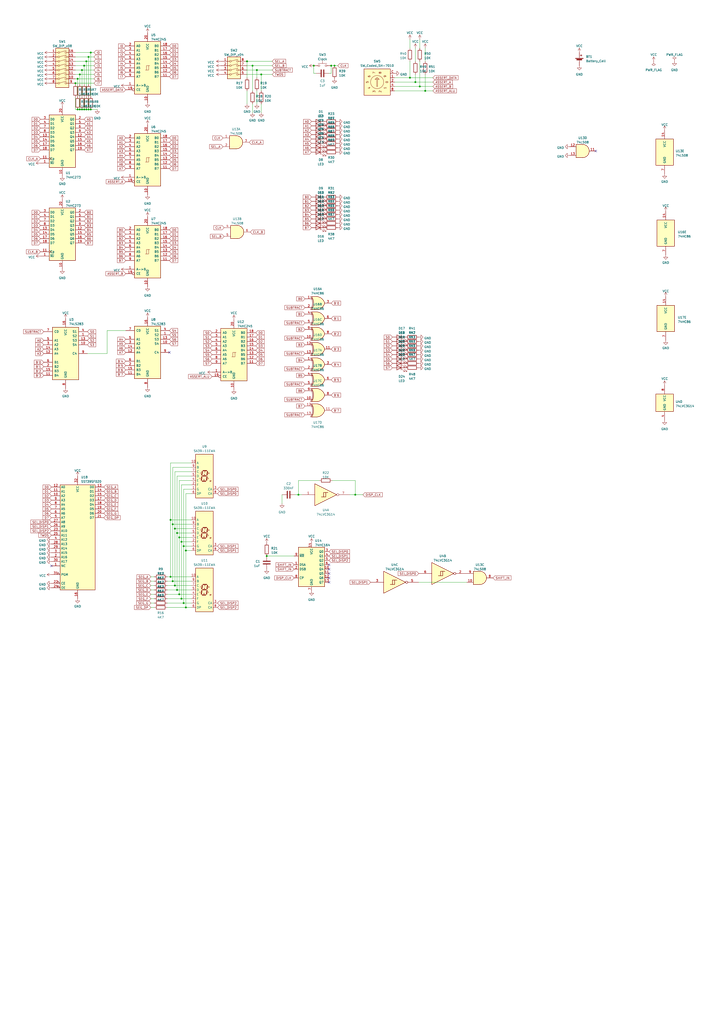
<source format=kicad_sch>
(kicad_sch (version 20230121) (generator eeschema)
  (paper "A2" portrait)
  (title_block (title "simplest-cpu") (rev "1"))
  (junction (at 143.51 35.56))
  (junction (at 107.95 352.425))
  (junction (at 99.06 301.625))
  (junction (at 206.375 287.02))
  (junction (at 51.435 63.5))
  (junction (at 104.14 311.785))
  (junction (at 182.245 38.1))
  (junction (at 107.95 319.405))
  (junction (at 247.015 52.705))
  (junction (at 101.6 306.705))
  (junction (at 106.68 349.885))
  (junction (at 99.06 334.645))
  (junction (at 48.895 63.5))
  (junction (at 238.125 45.085))
  (junction (at 50.165 63.5))
  (junction (at 48.895 38.1))
  (junction (at 100.33 337.185))
  (junction (at 51.435 33.02))
  (junction (at 47.625 63.5))
  (junction (at 50.165 35.56))
  (junction (at 46.355 63.5))
  (junction (at 105.41 347.345))
  (junction (at 101.6 339.725))
  (junction (at 52.705 63.5))
  (junction (at 102.87 309.245))
  (junction (at 105.41 314.325))
  (junction (at 192.405 38.1))
  (junction (at 243.84 50.165))
  (junction (at 45.085 45.72))
  (junction (at 100.33 304.165))
  (junction (at 52.705 30.48))
  (junction (at 47.625 40.64))
  (junction (at 146.685 38.1))
  (junction (at 173.355 287.02))
  (junction (at 106.68 316.865))
  (junction (at 102.87 342.265))
  (junction (at 194.31 38.1))
  (junction (at 154.94 322.58))
  (junction (at 241.3 47.625))
  (junction (at 151.765 43.18))
  (junction (at 104.14 344.805))
  (junction (at 46.355 43.18))
  (junction (at 43.815 48.26))
  (junction (at 45.085 63.5))
  (junction (at 149.225 40.64))
  (no_connect (at 191.135 335.28))
  (no_connect (at 29.845 328.295))
  (no_connect (at 191.135 337.82))
  (no_connect (at 98.425 204.47))
  (no_connect (at 191.135 327.66))
  (no_connect (at 191.135 330.2))
  (no_connect (at 346.075 87.63))
  (no_connect (at 191.135 332.74))
  (wire (pts (xy 185.42 278.765) (xy 173.355 278.765)))
  (wire (pts (xy 143.51 35.56) (xy 143.51 45.085)))
  (wire (pts (xy 51.435 63.5) (xy 52.705 63.5)))
  (wire (pts (xy 101.6 306.705) (xy 111.125 306.705)))
  (wire (pts (xy 238.125 22.86) (xy 238.125 27.94)))
  (wire (pts (xy 173.355 287.02) (xy 171.45 287.02)))
  (wire (pts (xy 45.085 45.72) (xy 43.815 45.72)))
  (wire (pts (xy 206.375 287.02) (xy 210.82 287.02)))
  (wire (pts (xy 43.815 48.26) (xy 43.815 48.895)))
  (wire (pts (xy 194.31 38.1) (xy 192.405 38.1)))
  (wire (pts (xy 238.125 45.085) (xy 238.125 35.56)))
  (wire (pts (xy 149.225 52.705) (xy 149.225 60.325)))
  (wire (pts (xy 43.815 63.5) (xy 45.085 63.5)))
  (wire (pts (xy 99.06 334.645) (xy 111.125 334.645)))
  (wire (pts (xy 243.84 50.165) (xy 243.84 35.56)))
  (wire (pts (xy 50.165 63.5) (xy 51.435 63.5)))
  (wire (pts (xy 104.14 278.765) (xy 104.14 311.785)))
  (wire (pts (xy 247.015 43.18) (xy 247.015 52.705)))
  (wire (pts (xy 101.6 339.725) (xy 111.125 339.725)))
  (wire (pts (xy 151.765 43.18) (xy 158.115 43.18)))
  (wire (pts (xy 241.3 47.625) (xy 241.3 43.18)))
  (wire (pts (xy 104.14 344.805) (xy 111.125 344.805)))
  (wire (pts (xy 111.125 278.765) (xy 104.14 278.765)))
  (wire (pts (xy 241.3 35.56) (xy 241.3 27.94)))
  (wire (pts (xy 87.63 344.805) (xy 89.535 344.805)))
  (wire (pts (xy 100.33 304.165) (xy 100.33 337.185)))
  (wire (pts (xy 50.165 35.56) (xy 43.815 35.56)))
  (wire (pts (xy 54.61 40.64) (xy 47.625 40.64)))
  (wire (pts (xy 50.8 205.105) (xy 62.23 205.105)))
  (wire (pts (xy 52.705 63.5) (xy 56.515 63.5)))
  (wire (pts (xy 46.355 43.18) (xy 43.815 43.18)))
  (wire (pts (xy 111.125 271.145) (xy 100.33 271.145)))
  (wire (pts (xy 45.085 63.5) (xy 46.355 63.5)))
  (wire (pts (xy 196.215 38.1) (xy 194.31 38.1)))
  (wire (pts (xy 206.375 287.02) (xy 206.375 278.765)))
  (wire (pts (xy 97.155 339.725) (xy 101.6 339.725)))
  (wire (pts (xy 173.355 278.765) (xy 173.355 287.02)))
  (wire (pts (xy 100.33 337.185) (xy 111.125 337.185)))
  (wire (pts (xy 247.015 52.705) (xy 251.46 52.705)))
  (wire (pts (xy 101.6 306.705) (xy 101.6 339.725)))
  (wire (pts (xy 43.815 56.515) (xy 43.815 63.5)))
  (wire (pts (xy 102.87 276.225) (xy 102.87 309.245)))
  (wire (pts (xy 101.6 273.685) (xy 101.6 306.705)))
  (wire (pts (xy 99.06 301.625) (xy 111.125 301.625)))
  (wire (pts (xy 54.61 30.48) (xy 52.705 30.48)))
  (wire (pts (xy 51.435 33.02) (xy 51.435 48.895)))
  (wire (pts (xy 100.33 271.145) (xy 100.33 304.165)))
  (wire (pts (xy 52.705 30.48) (xy 52.705 55.88)))
  (wire (pts (xy 146.685 38.1) (xy 143.51 38.1)))
  (wire (pts (xy 151.765 43.18) (xy 151.765 52.705)))
  (wire (pts (xy 54.61 38.1) (xy 48.895 38.1)))
  (wire (pts (xy 97.155 344.805) (xy 104.14 344.805)))
  (wire (pts (xy 104.14 311.785) (xy 104.14 344.805)))
  (wire (pts (xy 45.085 45.72) (xy 45.085 55.88)))
  (wire (pts (xy 105.41 347.345) (xy 111.125 347.345)))
  (wire (pts (xy 100.33 304.165) (xy 111.125 304.165)))
  (wire (pts (xy 146.685 38.1) (xy 146.685 52.705)))
  (wire (pts (xy 102.87 309.245) (xy 102.87 342.265)))
  (wire (pts (xy 97.155 352.425) (xy 107.95 352.425)))
  (wire (pts (xy 106.68 316.865) (xy 111.125 316.865)))
  (wire (pts (xy 46.355 43.18) (xy 46.355 48.895)))
  (wire (pts (xy 97.155 349.885) (xy 106.68 349.885)))
  (wire (pts (xy 111.125 268.605) (xy 99.06 268.605)))
  (wire (pts (xy 99.06 268.605) (xy 99.06 301.625)))
  (wire (pts (xy 107.95 319.405) (xy 107.95 352.425)))
  (wire (pts (xy 158.115 35.56) (xy 143.51 35.56)))
  (wire (pts (xy 52.705 30.48) (xy 43.815 30.48)))
  (wire (pts (xy 143.51 43.18) (xy 151.765 43.18)))
  (wire (pts (xy 163.83 287.02) (xy 163.83 292.1)))
  (wire (pts (xy 87.63 342.265) (xy 89.535 342.265)))
  (wire (pts (xy 87.63 339.725) (xy 89.535 339.725)))
  (wire (pts (xy 105.41 314.325) (xy 111.125 314.325)))
  (wire (pts (xy 243.205 337.82) (xy 271.145 337.82)))
  (wire (pts (xy 46.355 56.515) (xy 46.355 63.5)))
  (wire (pts (xy 87.63 334.645) (xy 89.535 334.645)))
  (wire (pts (xy 97.155 337.185) (xy 100.33 337.185)))
  (wire (pts (xy 158.115 38.1) (xy 146.685 38.1)))
  (wire (pts (xy 111.125 286.385) (xy 107.95 286.385)))
  (wire (pts (xy 105.41 314.325) (xy 105.41 347.345)))
  (wire (pts (xy 173.355 287.02) (xy 175.26 287.02)))
  (wire (pts (xy 143.51 60.325) (xy 143.51 52.705)))
  (wire (pts (xy 111.125 273.685) (xy 101.6 273.685)))
  (wire (pts (xy 97.155 347.345) (xy 105.41 347.345)))
  (wire (pts (xy 149.225 40.64) (xy 149.225 45.085)))
  (wire (pts (xy 48.895 38.1) (xy 48.895 48.895)))
  (wire (pts (xy 247.015 27.94) (xy 247.015 35.56)))
  (wire (pts (xy 51.435 56.515) (xy 51.435 63.5)))
  (wire (pts (xy 54.61 43.18) (xy 46.355 43.18)))
  (wire (pts (xy 50.165 35.56) (xy 50.165 55.88)))
  (wire (pts (xy 46.355 63.5) (xy 47.625 63.5)))
  (wire (pts (xy 111.125 281.305) (xy 105.41 281.305)))
  (wire (pts (xy 149.225 40.64) (xy 143.51 40.64)))
  (wire (pts (xy 54.61 35.56) (xy 50.165 35.56)))
  (wire (pts (xy 97.155 334.645) (xy 99.06 334.645)))
  (wire (pts (xy 106.68 283.845) (xy 106.68 316.865)))
  (wire (pts (xy 51.435 33.02) (xy 43.815 33.02)))
  (wire (pts (xy 158.115 40.64) (xy 149.225 40.64)))
  (wire (pts (xy 191.135 42.545) (xy 192.405 42.545)))
  (wire (pts (xy 243.84 22.86) (xy 243.84 27.94)))
  (wire (pts (xy 48.895 38.1) (xy 43.815 38.1)))
  (wire (pts (xy 62.23 191.77) (xy 73.025 191.77)))
  (wire (pts (xy 229.235 45.085) (xy 238.125 45.085)))
  (wire (pts (xy 182.245 38.1) (xy 182.245 42.545)))
  (wire (pts (xy 107.95 286.385) (xy 107.95 319.405)))
  (wire (pts (xy 47.625 40.64) (xy 43.815 40.64)))
  (wire (pts (xy 87.63 347.345) (xy 89.535 347.345)))
  (wire (pts (xy 106.68 349.885) (xy 111.125 349.885)))
  (wire (pts (xy 193.04 278.765) (xy 206.375 278.765)))
  (wire (pts (xy 203.2 287.02) (xy 206.375 287.02)))
  (wire (pts (xy 229.235 52.705) (xy 247.015 52.705)))
  (wire (pts (xy 87.63 337.185) (xy 89.535 337.185)))
  (wire (pts (xy 102.87 342.265) (xy 111.125 342.265)))
  (wire (pts (xy 105.41 281.305) (xy 105.41 314.325)))
  (wire (pts (xy 87.63 352.425) (xy 89.535 352.425)))
  (wire (pts (xy 99.06 301.625) (xy 99.06 334.645)))
  (wire (pts (xy 154.94 322.58) (xy 170.815 322.58)))
  (wire (pts (xy 107.95 319.405) (xy 111.125 319.405)))
  (wire (pts (xy 111.125 283.845) (xy 106.68 283.845)))
  (wire (pts (xy 182.245 42.545) (xy 183.515 42.545)))
  (wire (pts (xy 107.95 352.425) (xy 111.125 352.425)))
  (wire (pts (xy 102.87 309.245) (xy 111.125 309.245)))
  (wire (pts (xy 192.405 42.545) (xy 192.405 38.1)))
  (wire (pts (xy 106.68 316.865) (xy 106.68 349.885)))
  (wire (pts (xy 111.125 311.785) (xy 104.14 311.785)))
  (wire (pts (xy 54.61 45.72) (xy 45.085 45.72)))
  (wire (pts (xy 241.3 47.625) (xy 251.46 47.625)))
  (wire (pts (xy 151.765 65.405) (xy 151.765 60.325)))
  (wire (pts (xy 146.685 65.405) (xy 146.685 60.325)))
  (wire (pts (xy 87.63 349.885) (xy 89.535 349.885)))
  (wire (pts (xy 243.84 50.165) (xy 251.46 50.165)))
  (wire (pts (xy 229.235 50.165) (xy 243.84 50.165)))
  (wire (pts (xy 238.125 45.085) (xy 251.46 45.085)))
  (wire (pts (xy 62.23 205.105) (xy 62.23 191.77)))
  (wire (pts (xy 54.61 33.02) (xy 51.435 33.02)))
  (wire (pts (xy 48.895 63.5) (xy 50.165 63.5)))
  (wire (pts (xy 111.125 276.225) (xy 102.87 276.225)))
  (wire (pts (xy 97.155 342.265) (xy 102.87 342.265)))
  (wire (pts (xy 229.235 47.625) (xy 241.3 47.625)))
  (wire (pts (xy 54.61 48.26) (xy 43.815 48.26)))
  (wire (pts (xy 48.895 56.515) (xy 48.895 63.5)))
  (wire (pts (xy 47.625 40.64) (xy 47.625 55.88)))
  (wire (pts (xy 47.625 63.5) (xy 48.895 63.5)))
  (global_label "A4" (shape input) (at 73.025 90.17 180) (property "Intersheetrefs" "${INTERSHEET_REFS}" (effects hide)))
  (global_label "D3" (shape input) (at 23.495 76.835 180) (property "Intersheetrefs" "${INTERSHEET_REFS}" (effects hide)))
  (global_label "SEG_DP" (shape input) (at 87.63 352.425 180) (property "Intersheetrefs" "${INTERSHEET_REFS}" (effects hide)))
  (global_label "SEl_DISP1" (shape input) (at 126.365 319.405 0) (property "Intersheetrefs" "${INTERSHEET_REFS}" (effects hide)))
  (global_label "SEl_DISP0" (shape input) (at 191.135 320.04 0) (property "Intersheetrefs" "${INTERSHEET_REFS}" (effects hide)))
  (global_label "S1" (shape input) (at 227.965 198.12 180) (property "Intersheetrefs" "${INTERSHEET_REFS}" (effects hide)))
  (global_label "B'1" (shape input) (at 25.4 212.725 180) (property "Intersheetrefs" "${INTERSHEET_REFS}" (effects hide)))
  (global_label "I2" (shape input) (at 54.61 35.56 0) (property "Intersheetrefs" "${INTERSHEET_REFS}" (effects hide)))
  (global_label "I3" (shape input) (at 73.025 34.29 180) (property "Intersheetrefs" "${INTERSHEET_REFS}" (effects hide)))
  (global_label "B2" (shape input) (at 177.165 191.135 180) (property "Intersheetrefs" "${INTERSHEET_REFS}" (effects hide)))
  (global_label "CLK" (shape input) (at 130.175 132.08 180) (property "Intersheetrefs" "${INTERSHEET_REFS}" (effects hide)))
  (global_label "SEG_F" (shape input) (at 60.325 295.275 0) (property "Intersheetrefs" "${INTERSHEET_REFS}" (effects hide)))
  (global_label "SEl_DISP1" (shape input) (at 215.265 337.82 180) (property "Intersheetrefs" "${INTERSHEET_REFS}" (effects hide)))
  (global_label "A7" (shape input) (at 73.025 97.79 180) (property "Intersheetrefs" "${INTERSHEET_REFS}" (effects hide)))
  (global_label "SUBTRACT" (shape input) (at 25.4 192.405 180) (property "Intersheetrefs" "${INTERSHEET_REFS}" (effects hide)))
  (global_label "D7" (shape input) (at 98.425 44.45 0) (property "Intersheetrefs" "${INTERSHEET_REFS}" (effects hide)))
  (global_label "D2" (shape input) (at 98.425 85.09 0) (property "Intersheetrefs" "${INTERSHEET_REFS}" (effects hide)))
  (global_label "A4" (shape input) (at 48.895 79.375 0) (property "Intersheetrefs" "${INTERSHEET_REFS}" (effects hide)))
  (global_label "D1" (shape input) (at 23.495 125.73 180) (property "Intersheetrefs" "${INTERSHEET_REFS}" (effects hide)))
  (global_label "B5" (shape input) (at 177.165 217.805 180) (property "Intersheetrefs" "${INTERSHEET_REFS}" (effects hide)))
  (global_label "CLK_B" (shape input) (at 23.495 146.05 180) (property "Intersheetrefs" "${INTERSHEET_REFS}" (effects hide)))
  (global_label "D3" (shape input) (at 148.59 200.66 0) (property "Intersheetrefs" "${INTERSHEET_REFS}" (effects hide)))
  (global_label "I5" (shape input) (at 54.61 43.18 0) (property "Intersheetrefs" "${INTERSHEET_REFS}" (effects hide)))
  (global_label "SEl_DISP1" (shape input) (at 191.135 322.58 0) (property "Intersheetrefs" "${INTERSHEET_REFS}" (effects hide)))
  (global_label "B3" (shape input) (at 48.895 130.81 0) (property "Intersheetrefs" "${INTERSHEET_REFS}" (effects hide)))
  (global_label "B0" (shape input) (at 177.165 173.355 180) (property "Intersheetrefs" "${INTERSHEET_REFS}" (effects hide)))
  (global_label "SEG_E" (shape input) (at 87.63 344.805 180) (property "Intersheetrefs" "${INTERSHEET_REFS}" (effects hide)))
  (global_label "S3" (shape input) (at 123.19 200.66 180) (property "Intersheetrefs" "${INTERSHEET_REFS}" (effects hide)))
  (global_label "B'5" (shape input) (at 73.025 212.09 180) (property "Intersheetrefs" "${INTERSHEET_REFS}" (effects hide)))
  (global_label "S0" (shape input) (at 50.8 192.405 0) (property "Intersheetrefs" "${INTERSHEET_REFS}" (effects hide)))
  (global_label "S7" (shape input) (at 227.965 213.36 180) (property "Intersheetrefs" "${INTERSHEET_REFS}" (effects hide)))
  (global_label "S1" (shape input) (at 50.8 194.945 0) (property "Intersheetrefs" "${INTERSHEET_REFS}" (effects hide)))
  (global_label "A3" (shape input) (at 48.895 76.835 0) (property "Intersheetrefs" "${INTERSHEET_REFS}" (effects hide)))
  (global_label "B'7" (shape input) (at 73.025 217.17 180) (property "Intersheetrefs" "${INTERSHEET_REFS}" (effects hide)))
  (global_label "I4" (shape input) (at 73.025 36.83 180) (property "Intersheetrefs" "${INTERSHEET_REFS}" (effects hide)))
  (global_label "ASSERT_B" (shape input) (at 73.025 158.75 180) (property "Intersheetrefs" "${INTERSHEET_REFS}" (effects hide)))
  (global_label "SUBTRACT" (shape input) (at 177.165 213.995 180) (property "Intersheetrefs" "${INTERSHEET_REFS}" (effects hide)))
  (global_label "TWOS" (shape input) (at 158.115 43.18 0) (property "Intersheetrefs" "${INTERSHEET_REFS}" (effects hide)))
  (global_label "SEl_DISP0" (shape input) (at 126.365 286.385 0) (property "Intersheetrefs" "${INTERSHEET_REFS}" (effects hide)))
  (global_label "SUBTRACT" (shape input) (at 177.165 205.105 180) (property "Intersheetrefs" "${INTERSHEET_REFS}" (effects hide)))
  (global_label "ASSERT_DATA" (shape input) (at 251.46 45.085 0) (property "Intersheetrefs" "${INTERSHEET_REFS}" (effects hide)))
  (global_label "ASSERT_DATA" (shape input) (at 73.025 52.07 180) (property "Intersheetrefs" "${INTERSHEET_REFS}" (effects hide)))
  (global_label "S2" (shape input) (at 123.19 198.12 180) (property "Intersheetrefs" "${INTERSHEET_REFS}" (effects hide)))
  (global_label "A7" (shape input) (at 73.025 204.47 180) (property "Intersheetrefs" "${INTERSHEET_REFS}" (effects hide)))
  (global_label "S6" (shape input) (at 227.965 210.82 180) (property "Intersheetrefs" "${INTERSHEET_REFS}" (effects hide)))
  (global_label "SHIFT_IN" (shape input) (at 286.385 335.28 0) (property "Intersheetrefs" "${INTERSHEET_REFS}" (effects hide)))
  (global_label "B1" (shape input) (at 177.165 182.245 180) (property "Intersheetrefs" "${INTERSHEET_REFS}" (effects hide)))
  (global_label "D0" (shape input) (at 29.845 282.575 180) (property "Intersheetrefs" "${INTERSHEET_REFS}" (effects hide)))
  (global_label "ASSERT_B" (shape input) (at 251.46 50.165 0) (property "Intersheetrefs" "${INTERSHEET_REFS}" (effects hide)))
  (global_label "SEL_A" (shape input) (at 158.115 35.56 0) (property "Intersheetrefs" "${INTERSHEET_REFS}" (effects hide)))
  (global_label "D4" (shape input) (at 29.845 292.735 180) (property "Intersheetrefs" "${INTERSHEET_REFS}" (effects hide)))
  (global_label "S4" (shape input) (at 98.425 191.77 0) (property "Intersheetrefs" "${INTERSHEET_REFS}" (effects hide)))
  (global_label "S7" (shape input) (at 123.19 210.82 180) (property "Intersheetrefs" "${INTERSHEET_REFS}" (effects hide)))
  (global_label "SUBTRACT" (shape input) (at 177.165 222.885 180) (property "Intersheetrefs" "${INTERSHEET_REFS}" (effects hide)))
  (global_label "SEG_C" (shape input) (at 87.63 339.725 180) (property "Intersheetrefs" "${INTERSHEET_REFS}" (effects hide)))
  (global_label "D1" (shape input) (at 98.425 135.89 0) (property "Intersheetrefs" "${INTERSHEET_REFS}" (effects hide)))
  (global_label "B0" (shape input) (at 73.025 133.35 180) (property "Intersheetrefs" "${INTERSHEET_REFS}" (effects hide)))
  (global_label "S5" (shape input) (at 227.965 208.28 180) (property "Intersheetrefs" "${INTERSHEET_REFS}" (effects hide)))
  (global_label "D0" (shape input) (at 23.495 69.215 180) (property "Intersheetrefs" "${INTERSHEET_REFS}" (effects hide)))
  (global_label "D4" (shape input) (at 23.495 133.35 180) (property "Intersheetrefs" "${INTERSHEET_REFS}" (effects hide)))
  (global_label "A6" (shape input) (at 48.895 84.455 0) (property "Intersheetrefs" "${INTERSHEET_REFS}" (effects hide)))
  (global_label "SEl_DISP0" (shape input) (at 29.845 302.895 180) (property "Intersheetrefs" "${INTERSHEET_REFS}" (effects hide)))
  (global_label "D0" (shape input) (at 148.59 193.04 0) (property "Intersheetrefs" "${INTERSHEET_REFS}" (effects hide)))
  (global_label "D4" (shape input) (at 98.425 90.17 0) (property "Intersheetrefs" "${INTERSHEET_REFS}" (effects hide)))
  (global_label "D6" (shape input) (at 98.425 95.25 0) (property "Intersheetrefs" "${INTERSHEET_REFS}" (effects hide)))
  (global_label "D6" (shape input) (at 148.59 208.28 0) (property "Intersheetrefs" "${INTERSHEET_REFS}" (effects hide)))
  (global_label "B4" (shape input) (at 180.975 124.46 180) (property "Intersheetrefs" "${INTERSHEET_REFS}" (effects hide)))
  (global_label "B'3" (shape input) (at 25.4 217.805 180) (property "Intersheetrefs" "${INTERSHEET_REFS}" (effects hide)))
  (global_label "B'2" (shape input) (at 25.4 215.265 180) (property "Intersheetrefs" "${INTERSHEET_REFS}" (effects hide)))
  (global_label "D0" (shape input) (at 23.495 123.19 180) (property "Intersheetrefs" "${INTERSHEET_REFS}" (effects hide)))
  (global_label "B'2" (shape input) (at 192.405 193.675 0) (property "Intersheetrefs" "${INTERSHEET_REFS}" (effects hide)))
  (global_label "B'1" (shape input) (at 192.405 184.785 0) (property "Intersheetrefs" "${INTERSHEET_REFS}" (effects hide)))
  (global_label "D0" (shape input) (at 98.425 26.67 0) (property "Intersheetrefs" "${INTERSHEET_REFS}" (effects hide)))
  (global_label "D5" (shape input) (at 98.425 146.05 0) (property "Intersheetrefs" "${INTERSHEET_REFS}" (effects hide)))
  (global_label "D7" (shape input) (at 98.425 97.79 0) (property "Intersheetrefs" "${INTERSHEET_REFS}" (effects hide)))
  (global_label "B0" (shape input) (at 48.895 123.19 0) (property "Intersheetrefs" "${INTERSHEET_REFS}" (effects hide)))
  (global_label "A2" (shape input) (at 73.025 85.09 180) (property "Intersheetrefs" "${INTERSHEET_REFS}" (effects hide)))
  (global_label "D4" (shape input) (at 98.425 36.83 0) (property "Intersheetrefs" "${INTERSHEET_REFS}" (effects hide)))
  (global_label "B3" (shape input) (at 180.975 121.92 180) (property "Intersheetrefs" "${INTERSHEET_REFS}" (effects hide)))
  (global_label "D3" (shape input) (at 98.425 34.29 0) (property "Intersheetrefs" "${INTERSHEET_REFS}" (effects hide)))
  (global_label "D2" (shape input) (at 29.845 287.655 180) (property "Intersheetrefs" "${INTERSHEET_REFS}" (effects hide)))
  (global_label "CLK_A" (shape input) (at 144.78 82.55 0) (property "Intersheetrefs" "${INTERSHEET_REFS}" (effects hide)))
  (global_label "SEG_B" (shape input) (at 87.63 337.185 180) (property "Intersheetrefs" "${INTERSHEET_REFS}" (effects hide)))
  (global_label "I7" (shape input) (at 73.025 44.45 180) (property "Intersheetrefs" "${INTERSHEET_REFS}" (effects hide)))
  (global_label "A5" (shape input) (at 48.895 81.915 0) (property "Intersheetrefs" "${INTERSHEET_REFS}" (effects hide)))
  (global_label "SEG_F" (shape input) (at 87.63 347.345 180) (property "Intersheetrefs" "${INTERSHEET_REFS}" (effects hide)))
  (global_label "D3" (shape input) (at 98.425 87.63 0) (property "Intersheetrefs" "${INTERSHEET_REFS}" (effects hide)))
  (global_label "SEG_E" (shape input) (at 60.325 292.735 0) (property "Intersheetrefs" "${INTERSHEET_REFS}" (effects hide)))
  (global_label "SUBTRACT" (shape input) (at 158.115 40.64 0) (property "Intersheetrefs" "${INTERSHEET_REFS}" (effects hide)))
  (global_label "A6" (shape input) (at 73.025 95.25 180) (property "Intersheetrefs" "${INTERSHEET_REFS}" (effects hide)))
  (global_label "D4" (shape input) (at 148.59 203.2 0) (property "Intersheetrefs" "${INTERSHEET_REFS}" (effects hide)))
  (global_label "A7" (shape input) (at 48.895 86.995 0) (property "Intersheetrefs" "${INTERSHEET_REFS}" (effects hide)))
  (global_label "CLK_A" (shape input) (at 23.495 92.075 180) (property "Intersheetrefs" "${INTERSHEET_REFS}" (effects hide)))
  (global_label "A2" (shape input) (at 48.895 74.295 0) (property "Intersheetrefs" "${INTERSHEET_REFS}" (effects hide)))
  (global_label "A3" (shape input) (at 73.025 87.63 180) (property "Intersheetrefs" "${INTERSHEET_REFS}" (effects hide)))
  (global_label "D5" (shape input) (at 29.845 295.275 180) (property "Intersheetrefs" "${INTERSHEET_REFS}" (effects hide)))
  (global_label "S1" (shape input) (at 123.19 195.58 180) (property "Intersheetrefs" "${INTERSHEET_REFS}" (effects hide)))
  (global_label "SEl_DISP2" (shape input) (at 29.845 307.975 180) (property "Intersheetrefs" "${INTERSHEET_REFS}" (effects hide)))
  (global_label "D3" (shape input) (at 23.495 130.81 180) (property "Intersheetrefs" "${INTERSHEET_REFS}" (effects hide)))
  (global_label "A0" (shape input) (at 25.4 197.485 180) (property "Intersheetrefs" "${INTERSHEET_REFS}" (effects hide)))
  (global_label "SEl_DISP1" (shape input) (at 126.365 316.865 0) (property "Intersheetrefs" "${INTERSHEET_REFS}" (effects hide)))
  (global_label "D2" (shape input) (at 23.495 74.295 180) (property "Intersheetrefs" "${INTERSHEET_REFS}" (effects hide)))
  (global_label "D2" (shape input) (at 148.59 198.12 0) (property "Intersheetrefs" "${INTERSHEET_REFS}" (effects hide)))
  (global_label "SEl_DISP2" (shape input) (at 126.365 349.885 0) (property "Intersheetrefs" "${INTERSHEET_REFS}" (effects hide)))
  (global_label "ASSERT_A" (shape input) (at 73.025 105.41 180) (property "Intersheetrefs" "${INTERSHEET_REFS}" (effects hide)))
  (global_label "S2" (shape input) (at 50.8 197.485 0) (property "Intersheetrefs" "${INTERSHEET_REFS}" (effects hide)))
  (global_label "SEG_C" (shape input) (at 60.325 287.655 0) (property "Intersheetrefs" "${INTERSHEET_REFS}" (effects hide)))
  (global_label "SUBTRACT" (shape input) (at 177.165 178.435 180) (property "Intersheetrefs" "${INTERSHEET_REFS}" (effects hide)))
  (global_label "SUBTRACT" (shape input) (at 177.165 187.325 180) (property "Intersheetrefs" "${INTERSHEET_REFS}" (effects hide)))
  (global_label "D1" (shape input) (at 98.425 82.55 0) (property "Intersheetrefs" "${INTERSHEET_REFS}" (effects hide)))
  (global_label "CLK" (shape input) (at 196.215 38.1 0) (property "Intersheetrefs" "${INTERSHEET_REFS}" (effects hide)))
  (global_label "SEL_B" (shape input) (at 158.115 38.1 0) (property "Intersheetrefs" "${INTERSHEET_REFS}" (effects hide)))
  (global_label "SEL_A" (shape input) (at 129.54 85.09 180) (property "Intersheetrefs" "${INTERSHEET_REFS}" (effects hide)))
  (global_label "B7" (shape input) (at 73.025 151.13 180) (property "Intersheetrefs" "${INTERSHEET_REFS}" (effects hide)))
  (global_label "S2" (shape input) (at 227.965 200.66 180) (property "Intersheetrefs" "${INTERSHEET_REFS}" (effects hide)))
  (global_label "A4" (shape input) (at 73.025 196.85 180) (property "Intersheetrefs" "${INTERSHEET_REFS}" (effects hide)))
  (global_label "B'6" (shape input) (at 192.405 229.235 0) (property "Intersheetrefs" "${INTERSHEET_REFS}" (effects hide)))
  (global_label "B6" (shape input) (at 177.165 226.695 180) (property "Intersheetrefs" "${INTERSHEET_REFS}" (effects hide)))
  (global_label "I0" (shape input) (at 54.61 30.48 0) (property "Intersheetrefs" "${INTERSHEET_REFS}" (effects hide)))
  (global_label "D7" (shape input) (at 29.845 300.355 180) (property "Intersheetrefs" "${INTERSHEET_REFS}" (effects hide)))
  (global_label "B6" (shape input) (at 48.895 138.43 0) (property "Intersheetrefs" "${INTERSHEET_REFS}" (effects hide)))
  (global_label "SEl_DISP0" (shape input) (at 243.205 332.74 180) (property "Intersheetrefs" "${INTERSHEET_REFS}" (effects hide)))
  (global_label "B4" (shape input) (at 73.025 143.51 180) (property "Intersheetrefs" "${INTERSHEET_REFS}" (effects hide)))
  (global_label "D7" (shape input) (at 98.425 151.13 0) (property "Intersheetrefs" "${INTERSHEET_REFS}" (effects hide)))
  (global_label "D7" (shape input) (at 23.495 140.97 180) (property "Intersheetrefs" "${INTERSHEET_REFS}" (effects hide)))
  (global_label "I7" (shape input) (at 54.61 48.26 0) (property "Intersheetrefs" "${INTERSHEET_REFS}" (effects hide)))
  (global_label "A0" (shape input) (at 48.895 69.215 0) (property "Intersheetrefs" "${INTERSHEET_REFS}" (effects hide)))
  (global_label "A2" (shape input) (at 25.4 202.565 180) (property "Intersheetrefs" "${INTERSHEET_REFS}" (effects hide)))
  (global_label "B'4" (shape input) (at 192.405 211.455 0) (property "Intersheetrefs" "${INTERSHEET_REFS}" (effects hide)))
  (global_label "ASSERT_ALU" (shape input) (at 123.19 218.44 180) (property "Intersheetrefs" "${INTERSHEET_REFS}" (effects hide)))
  (global_label "I6" (shape input) (at 73.025 41.91 180) (property "Intersheetrefs" "${INTERSHEET_REFS}" (effects hide)))
  (global_label "S4" (shape input) (at 123.19 203.2 180) (property "Intersheetrefs" "${INTERSHEET_REFS}" (effects hide)))
  (global_label "SEl_DISP0" (shape input) (at 126.365 283.845 0) (property "Intersheetrefs" "${INTERSHEET_REFS}" (effects hide)))
  (global_label "B2" (shape input) (at 180.975 119.38 180) (property "Intersheetrefs" "${INTERSHEET_REFS}" (effects hide)))
  (global_label "B7" (shape input) (at 48.895 140.97 0) (property "Intersheetrefs" "${INTERSHEET_REFS}" (effects hide)))
  (global_label "B4" (shape input) (at 177.165 208.915 180) (property "Intersheetrefs" "${INTERSHEET_REFS}" (effects hide)))
  (global_label "D0" (shape input) (at 98.425 133.35 0) (property "Intersheetrefs" "${INTERSHEET_REFS}" (effects hide)))
  (global_label "D7" (shape input) (at 148.59 210.82 0) (property "Intersheetrefs" "${INTERSHEET_REFS}" (effects hide)))
  (global_label "CLK" (shape input) (at 129.54 80.01 180) (property "Intersheetrefs" "${INTERSHEET_REFS}" (effects hide)))
  (global_label "A1" (shape input) (at 180.975 73.025 180) (property "Intersheetrefs" "${INTERSHEET_REFS}" (effects hide)))
  (global_label "SUBTRACT" (shape input) (at 177.165 240.665 180) (property "Intersheetrefs" "${INTERSHEET_REFS}" (effects hide)))
  (global_label "D5" (shape input) (at 148.59 205.74 0) (property "Intersheetrefs" "${INTERSHEET_REFS}" (effects hide)))
  (global_label "D6" (shape input) (at 23.495 138.43 180) (property "Intersheetrefs" "${INTERSHEET_REFS}" (effects hide)))
  (global_label "I0" (shape input) (at 73.025 26.67 180) (property "Intersheetrefs" "${INTERSHEET_REFS}" (effects hide)))
  (global_label "B7" (shape input) (at 180.975 132.08 180) (property "Intersheetrefs" "${INTERSHEET_REFS}" (effects hide)))
  (global_label "S4" (shape input) (at 227.965 205.74 180) (property "Intersheetrefs" "${INTERSHEET_REFS}" (effects hide)))
  (global_label "ASSERT_A" (shape input) (at 251.46 47.625 0) (property "Intersheetrefs" "${INTERSHEET_REFS}" (effects hide)))
  (global_label "A5" (shape input) (at 180.975 83.185 180) (property "Intersheetrefs" "${INTERSHEET_REFS}" (effects hide)))
  (global_label "A0" (shape input) (at 180.975 70.485 180) (property "Intersheetrefs" "${INTERSHEET_REFS}" (effects hide)))
  (global_label "SEG_A" (shape input) (at 87.63 334.645 180) (property "Intersheetrefs" "${INTERSHEET_REFS}" (effects hide)))
  (global_label "A1" (shape input) (at 48.895 71.755 0) (property "Intersheetrefs" "${INTERSHEET_REFS}" (effects hide)))
  (global_label "D1" (shape input) (at 98.425 29.21 0) (property "Intersheetrefs" "${INTERSHEET_REFS}" (effects hide)))
  (global_label "DISP_CLK" (shape input) (at 210.82 287.02 0) (property "Intersheetrefs" "${INTERSHEET_REFS}" (effects hide)))
  (global_label "SEG_D" (shape input) (at 60.325 290.195 0) (property "Intersheetrefs" "${INTERSHEET_REFS}" (effects hide)))
  (global_label "I1" (shape input) (at 54.61 33.02 0) (property "Intersheetrefs" "${INTERSHEET_REFS}" (effects hide)))
  (global_label "B4" (shape input) (at 48.895 133.35 0) (property "Intersheetrefs" "${INTERSHEET_REFS}" (effects hide)))
  (global_label "SEl_DISP2" (shape input) (at 126.365 352.425 0) (property "Intersheetrefs" "${INTERSHEET_REFS}" (effects hide)))
  (global_label "B6" (shape input) (at 73.025 148.59 180) (property "Intersheetrefs" "${INTERSHEET_REFS}" (effects hide)))
  (global_label "S0" (shape input) (at 123.19 193.04 180) (property "Intersheetrefs" "${INTERSHEET_REFS}" (effects hide)))
  (global_label "B2" (shape input) (at 73.025 138.43 180) (property "Intersheetrefs" "${INTERSHEET_REFS}" (effects hide)))
  (global_label "D6" (shape input) (at 98.425 148.59 0) (property "Intersheetrefs" "${INTERSHEET_REFS}" (effects hide)))
  (global_label "SUBTRACT" (shape input) (at 177.165 196.215 180) (property "Intersheetrefs" "${INTERSHEET_REFS}" (effects hide)))
  (global_label "SEG_G" (shape input) (at 87.63 349.885 180) (property "Intersheetrefs" "${INTERSHEET_REFS}" (effects hide)))
  (global_label "B1" (shape input) (at 73.025 135.89 180) (property "Intersheetrefs" "${INTERSHEET_REFS}" (effects hide)))
  (global_label "B7" (shape input) (at 177.165 235.585 180) (property "Intersheetrefs" "${INTERSHEET_REFS}" (effects hide)))
  (global_label "I1" (shape input) (at 73.025 29.21 180) (property "Intersheetrefs" "${INTERSHEET_REFS}" (effects hide)))
  (global_label "B3" (shape input) (at 73.025 140.97 180) (property "Intersheetrefs" "${INTERSHEET_REFS}" (effects hide)))
  (global_label "SUBTRACT" (shape input) (at 177.165 231.775 180) (property "Intersheetrefs" "${INTERSHEET_REFS}" (effects hide)))
  (global_label "D6" (shape input) (at 98.425 41.91 0) (property "Intersheetrefs" "${INTERSHEET_REFS}" (effects hide)))
  (global_label "I6" (shape input) (at 54.61 45.72 0) (property "Intersheetrefs" "${INTERSHEET_REFS}" (effects hide)))
  (global_label "S5" (shape input) (at 123.19 205.74 180) (property "Intersheetrefs" "${INTERSHEET_REFS}" (effects hide)))
  (global_label "S6" (shape input) (at 98.425 196.85 0) (property "Intersheetrefs" "${INTERSHEET_REFS}" (effects hide)))
  (global_label "D5" (shape input) (at 23.495 81.915 180) (property "Intersheetrefs" "${INTERSHEET_REFS}" (effects hide)))
  (global_label "S3" (shape input) (at 50.8 200.025 0) (property "Intersheetrefs" "${INTERSHEET_REFS}" (effects hide)))
  (global_label "B1" (shape input) (at 48.895 125.73 0) (property "Intersheetrefs" "${INTERSHEET_REFS}" (effects hide)))
  (global_label "SEG_B" (shape input) (at 60.325 285.115 0) (property "Intersheetrefs" "${INTERSHEET_REFS}" (effects hide)))
  (global_label "I4" (shape input) (at 54.61 40.64 0) (property "Intersheetrefs" "${INTERSHEET_REFS}" (effects hide)))
  (global_label "ASSERT_ALU" (shape input) (at 251.46 52.705 0) (property "Intersheetrefs" "${INTERSHEET_REFS}" (effects hide)))
  (global_label "CLK_B" (shape input) (at 145.415 134.62 0) (property "Intersheetrefs" "${INTERSHEET_REFS}" (effects hide)))
  (global_label "SEG_A" (shape input) (at 60.325 282.575 0) (property "Intersheetrefs" "${INTERSHEET_REFS}" (effects hide)))
  (global_label "B3" (shape input) (at 177.165 200.025 180) (property "Intersheetrefs" "${INTERSHEET_REFS}" (effects hide)))
  (global_label "SEl_DISP2" (shape input) (at 191.135 325.12 0) (property "Intersheetrefs" "${INTERSHEET_REFS}" (effects hide)))
  (global_label "I3" (shape input) (at 54.61 38.1 0) (property "Intersheetrefs" "${INTERSHEET_REFS}" (effects hide)))
  (global_label "S3" (shape input) (at 227.965 203.2 180) (property "Intersheetrefs" "${INTERSHEET_REFS}" (effects hide)))
  (global_label "B'7" (shape input) (at 192.405 238.125 0) (property "Intersheetrefs" "${INTERSHEET_REFS}" (effects hide)))
  (global_label "D1" (shape input) (at 29.845 285.115 180) (property "Intersheetrefs" "${INTERSHEET_REFS}" (effects hide)))
  (global_label "B'3" (shape input) (at 192.405 202.565 0) (property "Intersheetrefs" "${INTERSHEET_REFS}" (effects hide)))
  (global_label "D2" (shape input) (at 23.495 128.27 180) (property "Intersheetrefs" "${INTERSHEET_REFS}" (effects hide)))
  (global_label "D6" (shape input) (at 29.845 297.815 180) (property "Intersheetrefs" "${INTERSHEET_REFS}" (effects hide)))
  (global_label "B'6" (shape input) (at 73.025 214.63 180) (property "Intersheetrefs" "${INTERSHEET_REFS}" (effects hide)))
  (global_label "D7" (shape input) (at 23.495 86.995 180) (property "Intersheetrefs" "${INTERSHEET_REFS}" (effects hide)))
  (global_label "D6" (shape input) (at 23.495 84.455 180) (property "Intersheetrefs" "${INTERSHEET_REFS}" (effects hide)))
  (global_label "B5" (shape input) (at 48.895 135.89 0) (property "Intersheetrefs" "${INTERSHEET_REFS}" (effects hide)))
  (global_label "D4" (shape input) (at 98.425 143.51 0) (property "Intersheetrefs" "${INTERSHEET_REFS}" (effects hide)))
  (global_label "B'4" (shape input) (at 73.025 209.55 180) (property "Intersheetrefs" "${INTERSHEET_REFS}" (effects hide)))
  (global_label "A6" (shape input) (at 73.025 201.93 180) (property "Intersheetrefs" "${INTERSHEET_REFS}" (effects hide)))
  (global_label "B0" (shape input) (at 180.975 114.3 180) (property "Intersheetrefs" "${INTERSHEET_REFS}" (effects hide)))
  (global_label "A1" (shape input) (at 73.025 82.55 180) (property "Intersheetrefs" "${INTERSHEET_REFS}" (effects hide)))
  (global_label "B'5" (shape input) (at 192.405 220.345 0) (property "Intersheetrefs" "${INTERSHEET_REFS}" (effects hide)))
  (global_label "B1" (shape input) (at 180.975 116.84 180) (property "Intersheetrefs" "${INTERSHEET_REFS}" (effects hide)))
  (global_label "S0" (shape input) (at 227.965 195.58 180) (property "Intersheetrefs" "${INTERSHEET_REFS}" (effects hide)))
  (global_label "SEl_DISP1" (shape input) (at 29.845 305.435 180) (property "Intersheetrefs" "${INTERSHEET_REFS}" (effects hide)))
  (global_label "B5" (shape input) (at 180.975 127 180) (property "Intersheetrefs" "${INTERSHEET_REFS}" (effects hide)))
  (global_label "D1" (shape input) (at 23.495 71.755 180) (property "Intersheetrefs" "${INTERSHEET_REFS}" (effects hide)))
  (global_label "SEG_DP" (shape input) (at 60.325 300.355 0) (property "Intersheetrefs" "${INTERSHEET_REFS}" (effects hide)))
  (global_label "D4" (shape input) (at 23.495 79.375 180) (property "Intersheetrefs" "${INTERSHEET_REFS}" (effects hide)))
  (global_label "D2" (shape input) (at 98.425 31.75 0) (property "Intersheetrefs" "${INTERSHEET_REFS}" (effects hide)))
  (global_label "DISP_CLK" (shape input) (at 170.815 335.28 180) (property "Intersheetrefs" "${INTERSHEET_REFS}" (effects hide)))
  (global_label "D5" (shape input) (at 98.425 92.71 0) (property "Intersheetrefs" "${INTERSHEET_REFS}" (effects hide)))
  (global_label "D0" (shape input) (at 98.425 80.01 0) (property "Intersheetrefs" "${INTERSHEET_REFS}" (effects hide)))
  (global_label "B'0" (shape input) (at 25.4 210.185 180) (property "Intersheetrefs" "${INTERSHEET_REFS}" (effects hide)))
  (global_label "A4" (shape input) (at 180.975 80.645 180) (property "Intersheetrefs" "${INTERSHEET_REFS}" (effects hide)))
  (global_label "TWOS" (shape input) (at 29.845 310.515 180) (property "Intersheetrefs" "${INTERSHEET_REFS}" (effects hide)))
  (global_label "S6" (shape input) (at 123.19 208.28 180) (property "Intersheetrefs" "${INTERSHEET_REFS}" (effects hide)))
  (global_label "D1" (shape input) (at 148.59 195.58 0) (property "Intersheetrefs" "${INTERSHEET_REFS}" (effects hide)))
  (global_label "A1" (shape input) (at 25.4 200.025 180) (property "Intersheetrefs" "${INTERSHEET_REFS}" (effects hide)))
  (global_label "SEL_B" (shape input) (at 130.175 137.16 180) (property "Intersheetrefs" "${INTERSHEET_REFS}" (effects hide)))
  (global_label "A3" (shape input) (at 180.975 78.105 180) (property "Intersheetrefs" "${INTERSHEET_REFS}" (effects hide)))
  (global_label "A5" (shape input) (at 73.025 199.39 180) (property "Intersheetrefs" "${INTERSHEET_REFS}" (effects hide)))
  (global_label "D5" (shape input) (at 98.425 39.37 0) (property "Intersheetrefs" "${INTERSHEET_REFS}" (effects hide)))
  (global_label "A6" (shape input) (at 180.975 85.725 180) (property "Intersheetrefs" "${INTERSHEET_REFS}" (effects hide)))
  (global_label "A0" (shape input) (at 73.025 80.01 180) (property "Intersheetrefs" "${INTERSHEET_REFS}" (effects hide)))
  (global_label "D5" (shape input) (at 23.495 135.89 180) (property "Intersheetrefs" "${INTERSHEET_REFS}" (effects hide)))
  (global_label "I2" (shape input) (at 73.025 31.75 180) (property "Intersheetrefs" "${INTERSHEET_REFS}" (effects hide)))
  (global_label "B5" (shape input) (at 73.025 146.05 180) (property "Intersheetrefs" "${INTERSHEET_REFS}" (effects hide)))
  (global_label "D2" (shape input) (at 98.425 138.43 0) (property "Intersheetrefs" "${INTERSHEET_REFS}" (effects hide)))
  (global_label "SEG_G" (shape input) (at 60.325 297.815 0) (property "Intersheetrefs" "${INTERSHEET_REFS}" (effects hide)))
  (global_label "B2" (shape input) (at 48.895 128.27 0) (property "Intersheetrefs" "${INTERSHEET_REFS}" (effects hide)))
  (global_label "A2" (shape input) (at 180.975 75.565 180) (property "Intersheetrefs" "${INTERSHEET_REFS}" (effects hide)))
  (global_label "A5" (shape input) (at 73.025 92.71 180) (property "Intersheetrefs" "${INTERSHEET_REFS}" (effects hide)))
  (global_label "I5" (shape input) (at 73.025 39.37 180) (property "Intersheetrefs" "${INTERSHEET_REFS}" (effects hide)))
  (global_label "D3" (shape input) (at 29.845 290.195 180) (property "Intersheetrefs" "${INTERSHEET_REFS}" (effects hide)))
  (global_label "S5" (shape input) (at 98.425 194.31 0) (property "Intersheetrefs" "${INTERSHEET_REFS}" (effects hide)))
  (global_label "A7" (shape input) (at 180.975 88.265 180) (property "Intersheetrefs" "${INTERSHEET_REFS}" (effects hide)))
  (global_label "D3" (shape input) (at 98.425 140.97 0) (property "Intersheetrefs" "${INTERSHEET_REFS}" (effects hide)))
  (global_label "S7" (shape input) (at 98.425 199.39 0) (property "Intersheetrefs" "${INTERSHEET_REFS}" (effects hide)))
  (global_label "A3" (shape input) (at 25.4 205.105 180) (property "Intersheetrefs" "${INTERSHEET_REFS}" (effects hide)))
  (global_label "SEG_D" (shape input) (at 87.63 342.265 180) (property "Intersheetrefs" "${INTERSHEET_REFS}" (effects hide)))
  (global_label "B'0" (shape input) (at 192.405 175.895 0) (property "Intersheetrefs" "${INTERSHEET_REFS}" (effects hide)))
  (global_label "B6" (shape input) (at 180.975 129.54 180) (property "Intersheetrefs" "${INTERSHEET_REFS}" (effects hide)))
  (global_label "SHIFT_IN" (shape input) (at 170.815 330.2 180) (property "Intersheetrefs" "${INTERSHEET_REFS}" (effects hide)))
  (global_label "SHIFT_IN" (shape input) (at 170.815 327.66 180) (property "Intersheetrefs" "${INTERSHEET_REFS}" (effects hide)))
  (symbol (lib_id "power:GND") (at 229.235 42.545 90) (unit 1)
    (property "Reference" "#PWR078" (effects hide))
    (property "Value" "GND" (at 232.41 43.18 90) (effects (justify right)))
  )
  (symbol (lib_id "power:VCC") (at 128.27 35.56 90) (unit 1)
    (property "Reference" "#PWR041" (effects hide))
    (property "Value" "VCC" (at 124.46 36.195 90) (effects (justify left)))
  )
  (symbol (lib_id "power:VCC") (at 23.495 94.615 90) (unit 1)
    (property "Reference" "#PWR01" (effects hide))
    (property "Value" "VCC" (at 20.32 95.25 90) (effects (justify left)))
  )
  (symbol (lib_id "Switch:SW_DIP_x04") (at 135.89 40.64 0) (unit 1)
    (property "Reference" "SW2" (at 135.89 29.21 0))
    (property "Value" "SW_DIP_x04" (at 135.89 31.75 0))
    (property "Footprint" "Button_Switch_THT:SW_DIP_SPSTx04_Slide_6.7x11.72mm_W7.62mm_P2.54mm_LowProfile" (effects hide))
  )
  (symbol (lib_id "power:GND") (at 243.205 198.12 90) (unit 1)
    (property "Reference" "#PWR084" (effects hide))
    (property "Value" "GND" (at 246.38 198.755 90) (effects (justify right)))
  )
  (symbol (lib_id "power:GND") (at 196.215 119.38 90) (unit 1)
    (property "Reference" "#PWR070" (effects hide))
    (property "Value" "GND" (at 199.39 120.015 90) (effects (justify right)))
  )
  (symbol (lib_id "power:GND") (at 29.845 340.995 270) (unit 1)
    (property "Reference" "#PWR019" (effects hide))
    (property "Value" "GND" (at 26.67 341.63 90) (effects (justify right)))
  )
  (symbol (lib_id "Device:LED") (at 184.785 73.025 0) (mirror y) (unit 1)
    (property "Reference" "D2" (at 186.3725 67.31 0))
    (property "Value" "LED" (at 186.3725 69.85 0))
    (property "Footprint" "LED_SMD:LED_0805_2012Metric_Pad1.15x1.40mm_HandSolder" (effects hide))
  )
  (symbol (lib_id "Device:LED") (at 231.775 195.58 0) (mirror y) (unit 1)
    (property "Reference" "D17" (at 233.3625 190.5 0))
    (property "Value" "LED" (at 233.3625 193.04 0))
    (property "Footprint" "LED_SMD:LED_0805_2012Metric_Pad1.15x1.40mm_HandSolder" (effects hide))
  )
  (symbol (lib_id "power:VCC") (at 36.195 61.595 0) (unit 1)
    (property "Reference" "#PWR020" (effects hide))
    (property "Value" "VCC" (at 36.195 58.42 0))
  )
  (symbol (lib_id "74xx:74HC86") (at 184.785 229.235 0) (unit 3)
    (property "Reference" "U17" (at 184.4802 220.98 0))
    (property "Value" "74HC86" (at 184.4802 223.52 0))
    (property "Footprint" "Package_SO:TSSOP-14_4.4x5mm_P0.65mm" (effects hide))
    (property "Datasheet" "http://www.ti.com/lit/gpn/sn74HC86" (effects hide))
  )
  (symbol (lib_id "Device:R") (at 243.84 31.75 180) (unit 1)
    (property "Reference" "R50" (at 246.38 31.115 0) (effects (justify right)))
    (property "Value" "10K" (at 246.38 33.655 0) (effects (justify right)))
    (property "Footprint" "Resistor_SMD:R_0805_2012Metric_Pad1.20x1.40mm_HandSolder" (effects hide))
  )
  (symbol (lib_id "74xx:74HC86") (at 184.785 211.455 0) (unit 1)
    (property "Reference" "U17" (at 184.4802 203.2 0))
    (property "Value" "74HC86" (at 184.4802 205.74 0))
    (property "Footprint" "Package_SO:TSSOP-14_4.4x5mm_P0.65mm" (effects hide))
    (property "Datasheet" "http://www.ti.com/lit/gpn/sn74HC86" (effects hide))
  )
  (symbol (lib_id "power:GND") (at 196.215 132.08 90) (unit 1)
    (property "Reference" "#PWR075" (effects hide))
    (property "Value" "GND" (at 199.39 132.715 90) (effects (justify right)))
  )
  (symbol (lib_id "power:GND") (at 196.215 127 90) (unit 1)
    (property "Reference" "#PWR073" (effects hide))
    (property "Value" "GND" (at 199.39 127.635 90) (effects (justify right)))
  )
  (symbol (lib_id "power:VCC") (at 247.015 27.94 0) (unit 1)
    (property "Reference" "#PWR092" (effects hide))
    (property "Value" "VCC" (at 247.015 24.13 0))
  )
  (symbol (lib_id "74xx:74HC273") (at 36.195 81.915 0) (unit 1)
    (property "Reference" "U1" (at 38.1509 100.33 0) (effects (justify left)))
    (property "Value" "74HC273" (at 38.1509 102.87 0) (effects (justify left)))
    (property "Footprint" "Package_SO:TSSOP-20_4.4x6.5mm_P0.65mm" (effects hide))
    (property "Datasheet" "https://assets.nexperia.com/documents/data-sheet/74HC_HCT273.pdf" (effects hide))
  )
  (symbol (lib_id "power:GND") (at 29.845 325.755 270) (unit 1)
    (property "Reference" "#PWR016" (effects hide))
    (property "Value" "GND" (at 26.67 326.39 90) (effects (justify right)))
  )
  (symbol (lib_name "74LVC3G14_2") (lib_id "74xGxx:74LVC3G14") (at 230.505 337.82 0) (unit 3)
    (property "Reference" "U4" (at 229.235 327.66 0))
    (property "Value" "74LVC3G14" (at 229.235 330.2 0))
    (property "Footprint" "Package_SO:SSOP-8_2.95x2.8mm_P0.65mm" (effects hide))
    (property "Datasheet" "https://www.ti.com/lit/ds/symlink/sn74lvc3g14.pdf" (effects hide))
  )
  (symbol (lib_id "power:GND") (at 196.215 114.3 90) (unit 1)
    (property "Reference" "#PWR068" (effects hide))
    (property "Value" "GND" (at 199.39 114.935 90) (effects (justify right)))
  )
  (symbol (lib_id "power:GND") (at 243.205 203.2 90) (unit 1)
    (property "Reference" "#PWR086" (effects hide))
    (property "Value" "GND" (at 246.38 203.835 90) (effects (justify right)))
  )
  (symbol (lib_id "Device:R") (at 192.405 129.54 270) (unit 1)
    (property "Reference" "R37" (at 192.405 124.46 90))
    (property "Value" "4K7" (at 192.405 127 90))
    (property "Footprint" "Resistor_SMD:R_0805_2012Metric_Pad1.20x1.40mm_HandSolder" (effects hide))
  )
  (symbol (lib_id "Device:LED") (at 184.785 116.84 0) (mirror y) (unit 1)
    (property "Reference" "D10" (at 186.3725 111.76 0))
    (property "Value" "LED" (at 186.3725 114.3 0))
    (property "Footprint" "LED_SMD:LED_0805_2012Metric_Pad1.15x1.40mm_HandSolder" (effects hide))
  )
  (symbol (lib_id "power:VCC") (at 85.725 125.73 0) (unit 1)
    (property "Reference" "#PWR036" (effects hide))
    (property "Value" "VCC" (at 85.725 121.92 0))
  )
  (symbol (lib_id "power:GND") (at 196.215 80.645 90) (unit 1)
    (property "Reference" "#PWR064" (effects hide))
    (property "Value" "GND" (at 199.39 81.28 90) (effects (justify right)))
  )
  (symbol (lib_id "power:VCC") (at 243.84 22.86 0) (unit 1)
    (property "Reference" "#PWR091" (effects hide))
    (property "Value" "VCC" (at 243.84 19.05 0))
  )
  (symbol (lib_id "power:VCC") (at 386.08 75.565 0) (unit 1)
    (property "Reference" "#PWR096" (effects hide))
    (property "Value" "VCC" (at 386.08 72.39 0))
  )
  (symbol (lib_id "power:GND") (at 29.845 313.055 270) (unit 1)
    (property "Reference" "#PWR011" (effects hide))
    (property "Value" "GND" (at 26.67 313.69 90) (effects (justify right)))
  )
  (symbol (lib_id "power:GND") (at 29.845 315.595 270) (unit 1)
    (property "Reference" "#PWR012" (effects hide))
    (property "Value" "GND" (at 26.67 316.23 90) (effects (justify right)))
  )
  (symbol (lib_id "Device:R") (at 192.405 80.645 270) (unit 1)
    (property "Reference" "R27" (at 192.405 76.2 90))
    (property "Value" "4K7" (at 192.405 78.74 90))
    (property "Footprint" "Resistor_SMD:R_0805_2012Metric_Pad1.20x1.40mm_HandSolder" (effects hide))
  )
  (symbol (lib_id "power:GND") (at 85.725 113.03 0) (unit 1)
    (property "Reference" "#PWR035" (effects hide))
    (property "Value" "GND" (at 85.725 118.11 0))
  )
  (symbol (lib_id "Device:R") (at 192.405 116.84 270) (unit 1)
    (property "Reference" "R32" (at 192.405 111.76 90))
    (property "Value" "4K7" (at 192.405 114.3 90))
    (property "Footprint" "Resistor_SMD:R_0805_2012Metric_Pad1.20x1.40mm_HandSolder" (effects hide))
  )
  (symbol (lib_id "power:GND") (at 36.195 102.235 0) (unit 1)
    (property "Reference" "#PWR021" (effects hide))
    (property "Value" "GND" (at 36.195 106.68 0))
  )
  (symbol (lib_id "Device:R") (at 43.815 52.705 0) (unit 1)
    (property "Reference" "R1" (at 45.72 52.07 0) (effects (justify left)))
    (property "Value" "10K" (at 45.72 54.61 0) (effects (justify left)))
    (property "Footprint" "Resistor_SMD:R_0805_2012Metric_Pad1.20x1.40mm_HandSolder" (effects hide))
  )
  (symbol (lib_id "Device:LED") (at 184.785 119.38 0) (mirror y) (unit 1)
    (property "Reference" "D11" (at 186.3725 114.3 0))
    (property "Value" "LED" (at 186.3725 116.84 0))
    (property "Footprint" "LED_SMD:LED_0805_2012Metric_Pad1.15x1.40mm_HandSolder" (effects hide))
  )
  (symbol (lib_id "Device:R") (at 51.435 52.705 0) (unit 1)
    (property "Reference" "R7" (at 53.34 52.07 0) (effects (justify left)))
    (property "Value" "10K" (at 53.34 54.61 0) (effects (justify left)))
    (property "Footprint" "Resistor_SMD:R_0805_2012Metric_Pad1.20x1.40mm_HandSolder" (effects hide))
  )
  (symbol (lib_id "power:VCC") (at 386.715 172.085 0) (unit 1)
    (property "Reference" "#PWR0100" (effects hide))
    (property "Value" "VCC" (at 386.715 168.91 0))
  )
  (symbol (lib_id "power:VCC") (at 28.575 30.48 90) (unit 1)
    (property "Reference" "#PWR03" (effects hide))
    (property "Value" "VCC" (at 25.4 31.115 90) (effects (justify left)))
  )
  (symbol (lib_id "power:GND") (at 391.795 35.56 0) (unit 1)
    (property "Reference" "#PWR0102" (effects hide))
    (property "Value" "GND" (at 391.795 40.64 0))
  )
  (symbol (lib_id "74xx:74HC86") (at 386.715 184.785 0) (unit 5)
    (property "Reference" "U17" (at 393.7 184.15 0) (effects (justify left)))
    (property "Value" "74HC86" (at 393.7 186.69 0) (effects (justify left)))
    (property "Footprint" "Package_SO:TSSOP-14_4.4x5mm_P0.65mm" (effects hide))
    (property "Datasheet" "http://www.ti.com/lit/gpn/sn74HC86" (effects hide))
  )
  (symbol (lib_id "Device:R") (at 192.405 73.025 270) (unit 1)
    (property "Reference" "R24" (at 192.405 68.58 90))
    (property "Value" "4K7" (at 192.405 71.12 90))
    (property "Footprint" "Resistor_SMD:R_0805_2012Metric_Pad1.20x1.40mm_HandSolder" (effects hide))
  )
  (symbol (lib_id "power:VCC") (at 28.575 45.72 90) (unit 1)
    (property "Reference" "#PWR09" (effects hide))
    (property "Value" "VCC" (at 25.4 46.355 90) (effects (justify left)))
  )
  (symbol (lib_id "power:GND") (at 386.08 243.84 0) (unit 1)
    (property "Reference" "#PWR058" (effects hide))
    (property "Value" "GND" (at 386.08 248.92 0))
  )
  (symbol (lib_id "power:VCC") (at 29.845 333.375 90) (unit 1)
    (property "Reference" "#PWR017" (effects hide))
    (property "Value" "VCC" (at 26.67 334.01 90) (effects (justify left)))
  )
  (symbol (lib_id "power:GND") (at 154.94 330.2 0) (unit 1)
    (property "Reference" "#PWR052" (effects hide))
    (property "Value" "GND" (at 154.94 335.28 0))
  )
  (symbol (lib_id "power:VCC") (at 180.975 314.96 0) (unit 1)
    (property "Reference" "#PWR054" (effects hide))
    (property "Value" "VCC" (at 180.975 311.15 0))
  )
  (symbol (lib_id "Device:LED") (at 184.785 80.645 0) (mirror y) (unit 1)
    (property "Reference" "D5" (at 186.3725 74.93 0))
    (property "Value" "LED" (at 186.3725 77.47 0))
    (property "Footprint" "LED_SMD:LED_0805_2012Metric_Pad1.15x1.40mm_HandSolder" (effects hide))
  )
  (symbol (lib_id "power:VCC") (at 128.27 43.18 90) (unit 1)
    (property "Reference" "#PWR044" (effects hide))
    (property "Value" "VCC" (at 124.46 43.815 90) (effects (justify left)))
  )
  (symbol (lib_id "74xx:74HC245") (at 85.725 39.37 0) (unit 1)
    (property "Reference" "U5" (at 87.6809 20.32 0) (effects (justify left)))
    (property "Value" "74HC245" (at 87.6809 22.86 0) (effects (justify left)))
    (property "Footprint" "Package_SO:TSSOP-20_4.4x6.5mm_P0.65mm" (effects hide))
    (property "Datasheet" "http://www.ti.com/lit/gpn/sn74HC245" (effects hide))
  )
  (symbol (lib_id "power:GND") (at 196.215 78.105 90) (unit 1)
    (property "Reference" "#PWR063" (effects hide))
    (property "Value" "GND" (at 199.39 78.74 90) (effects (justify right)))
  )
  (symbol (lib_id "power:GND") (at 85.725 166.37 0) (unit 1)
    (property "Reference" "#PWR037" (effects hide))
    (property "Value" "GND" (at 85.725 171.45 0))
  )
  (symbol (lib_id "power:GND") (at 386.08 100.965 0) (unit 1)
    (property "Reference" "#PWR097" (effects hide))
    (property "Value" "GND" (at 386.08 105.41 0))
  )
  (symbol (lib_id "Device:Battery_Cell") (at 336.55 35.56 0) (unit 1)
    (property "Reference" "BT1" (at 340.36 32.893 0) (effects (justify left)))
    (property "Value" "Battery_Cell" (at 340.36 35.433 0) (effects (justify left)))
    (property "Footprint" "Battery:BatteryHolder_Keystone_3034_1x20mm" (effects hide))
  )
  (symbol (lib_id "74xx:74HC86") (at 184.785 193.675 0) (unit 3)
    (property "Reference" "U16" (at 184.4802 185.42 0))
    (property "Value" "74HC86" (at 184.4802 187.96 0))
    (property "Footprint" "Package_SO:TSSOP-14_4.4x5mm_P0.65mm" (effects hide))
    (property "Datasheet" "http://www.ti.com/lit/gpn/sn74HC86" (effects hide))
  )
  (symbol (lib_id "power:GND") (at 386.715 147.955 0) (unit 1)
    (property "Reference" "#PWR099" (effects hide))
    (property "Value" "GND" (at 386.715 152.4 0))
  )
  (symbol (lib_id "power:GND") (at 243.205 213.36 90) (unit 1)
    (property "Reference" "#PWR090" (effects hide))
    (property "Value" "GND" (at 246.38 213.995 90) (effects (justify right)))
  )
  (symbol (lib_id "Device:R") (at 192.405 121.92 270) (unit 1)
    (property "Reference" "R34" (at 192.405 116.84 90))
    (property "Value" "4K7" (at 192.405 119.38 90))
    (property "Footprint" "Resistor_SMD:R_0805_2012Metric_Pad1.20x1.40mm_HandSolder" (effects hide))
  )
  (symbol (lib_id "power:GND") (at 29.845 320.675 270) (unit 1)
    (property "Reference" "#PWR014" (effects hide))
    (property "Value" "GND" (at 26.67 321.31 90) (effects (justify right)))
  )
  (symbol (lib_id "74xx:74LS08") (at 278.765 335.28 0) (unit 3)
    (property "Reference" "U13" (at 278.7567 327.66 0))
    (property "Value" "74LS08" (at 278.7567 330.2 0))
    (property "Footprint" "Package_SO:TSSOP-14_4.4x5mm_P0.65mm" (effects hide))
    (property "Datasheet" "http://www.ti.com/lit/gpn/sn74LS08" (effects hide))
  )
  (symbol (lib_id "74xx:74HC86") (at 184.785 184.785 0) (unit 2)
    (property "Reference" "U16" (at 184.4802 176.53 0))
    (property "Value" "74HC86" (at 184.4802 179.07 0))
    (property "Footprint" "Package_SO:TSSOP-14_4.4x5mm_P0.65mm" (effects hide))
    (property "Datasheet" "http://www.ti.com/lit/gpn/sn74HC86" (effects hide))
  )
  (symbol (lib_id "Device:R") (at 46.355 52.705 0) (unit 1)
    (property "Reference" "R3" (at 48.26 52.07 0) (effects (justify left)))
    (property "Value" "10K" (at 48.26 54.61 0) (effects (justify left)))
    (property "Footprint" "Resistor_SMD:R_0805_2012Metric_Pad1.20x1.40mm_HandSolder" (effects hide))
  )
  (symbol (lib_id "Display_Character:SA39-11EWA") (at 118.745 342.265 0) (unit 1)
    (property "Reference" "U11" (at 118.745 325.12 0))
    (property "Value" "SA39-11EWA" (at 118.745 327.66 0))
    (property "Footprint" "Display_7Segment:Sx39-1xxxxx" (effects hide))
    (property "Datasheet" "http://www.kingbrightusa.com/images/catalog/SPEC/sa39-11ewa.pdf" (effects hide))
  )
  (symbol (lib_id "power:GND") (at 196.215 129.54 90) (unit 1)
    (property "Reference" "#PWR074" (effects hide))
    (property "Value" "GND" (at 199.39 130.175 90) (effects (justify right)))
  )
  (symbol (lib_id "power:VCC") (at 85.725 19.05 0) (unit 1)
    (property "Reference" "#PWR032" (effects hide))
    (property "Value" "VCC" (at 85.725 15.24 0))
  )
  (symbol (lib_id "Device:R") (at 93.345 339.725 270) (unit 1)
    (property "Reference" "R11" (at 93.345 335.28 90))
    (property "Value" "4K7" (at 93.345 337.82 90))
    (property "Footprint" "Resistor_SMD:R_0805_2012Metric_Pad1.20x1.40mm_HandSolder" (effects hide))
  )
  (symbol (lib_id "Device:R") (at 47.625 59.69 0) (unit 1)
    (property "Reference" "R4" (at 49.53 59.055 0) (effects (justify left)))
    (property "Value" "10K" (at 49.53 61.595 0) (effects (justify left)))
    (property "Footprint" "Resistor_SMD:R_0805_2012Metric_Pad1.20x1.40mm_HandSolder" (effects hide))
  )
  (symbol (lib_id "Device:R") (at 238.125 31.75 180) (unit 1)
    (property "Reference" "R40" (at 236.22 31.115 0) (effects (justify left)))
    (property "Value" "10K" (at 236.22 33.655 0) (effects (justify left)))
    (property "Footprint" "Resistor_SMD:R_0805_2012Metric_Pad1.20x1.40mm_HandSolder" (effects hide))
  )
  (symbol (lib_id "Device:LED") (at 184.785 121.92 0) (mirror y) (unit 1)
    (property "Reference" "D12" (at 186.3725 116.84 0))
    (property "Value" "LED" (at 186.3725 119.38 0))
    (property "Footprint" "LED_SMD:LED_0805_2012Metric_Pad1.15x1.40mm_HandSolder" (effects hide))
  )
  (symbol (lib_id "power:VCC") (at 123.19 215.9 90) (unit 1)
    (property "Reference" "#PWR040" (effects hide))
    (property "Value" "VCC" (at 119.38 216.535 90) (effects (justify left)))
  )
  (symbol (lib_id "Device:LED") (at 231.775 200.66 0) (mirror y) (unit 1)
    (property "Reference" "D19" (at 233.3625 195.58 0))
    (property "Value" "LED" (at 233.3625 198.12 0))
    (property "Footprint" "LED_SMD:LED_0805_2012Metric_Pad1.15x1.40mm_HandSolder" (effects hide))
  )
  (symbol (lib_id "Display_Character:SA39-11EWA") (at 118.745 276.225 0) (unit 1)
    (property "Reference" "U9" (at 118.745 259.08 0))
    (property "Value" "SA39-11EWA" (at 118.745 261.62 0))
    (property "Footprint" "Display_7Segment:Sx39-1xxxxx" (effects hide))
    (property "Datasheet" "http://www.kingbrightusa.com/images/catalog/SPEC/sa39-11ewa.pdf" (effects hide))
  )
  (symbol (lib_id "74xx:74HC86") (at 184.785 175.895 0) (unit 1)
    (property "Reference" "U16" (at 184.4802 167.64 0))
    (property "Value" "74HC86" (at 184.4802 170.18 0))
    (property "Footprint" "Package_SO:TSSOP-14_4.4x5mm_P0.65mm" (effects hide))
    (property "Datasheet" "http://www.ti.com/lit/gpn/sn74HC86" (effects hide))
  )
  (symbol (lib_id "power:VCC") (at 23.495 148.59 90) (unit 1)
    (property "Reference" "#PWR02" (effects hide))
    (property "Value" "VCC" (at 20.32 149.225 90) (effects (justify left)))
  )
  (symbol (lib_id "power:GND") (at 336.55 38.1 0) (unit 1)
    (property "Reference" "#PWR077" (effects hide))
    (property "Value" "GND" (at 336.55 43.18 0))
  )
  (symbol (lib_id "power:VCC") (at 28.575 48.26 90) (unit 1)
    (property "Reference" "#PWR010" (effects hide))
    (property "Value" "VCC" (at 25.4 48.895 90) (effects (justify left)))
  )
  (symbol (lib_id "Device:R") (at 50.165 59.69 0) (unit 1)
    (property "Reference" "R6" (at 52.07 59.055 0) (effects (justify left)))
    (property "Value" "10K" (at 52.07 61.595 0) (effects (justify left)))
    (property "Footprint" "Resistor_SMD:R_0805_2012Metric_Pad1.20x1.40mm_HandSolder" (effects hide))
  )
  (symbol (lib_id "Device:R") (at 151.765 56.515 0) (unit 1)
    (property "Reference" "R20" (at 153.67 55.88 0) (effects (justify left)))
    (property "Value" "10K" (at 153.67 58.42 0) (effects (justify left)))
    (property "Footprint" "Resistor_SMD:R_0805_2012Metric_Pad1.20x1.40mm_HandSolder" (effects hide))
  )
  (symbol (lib_id "74xx:74LS283") (at 38.1 205.105 0) (unit 1)
    (property "Reference" "U3" (at 40.0559 185.42 0) (effects (justify left)))
    (property "Value" "74LS283" (at 40.0559 187.96 0) (effects (justify left)))
    (property "Footprint" "Package_DIP:DIP-16_W7.62mm" (effects hide))
    (property "Datasheet" "http://www.ti.com/lit/gpn/sn74LS283" (effects hide))
  )
  (symbol (lib_id "power:GND") (at 196.215 116.84 90) (unit 1)
    (property "Reference" "#PWR069" (effects hide))
    (property "Value" "GND" (at 199.39 117.475 90) (effects (justify right)))
  )
  (symbol (lib_id "power:GND") (at 196.215 83.185 90) (unit 1)
    (property "Reference" "#PWR065" (effects hide))
    (property "Value" "GND" (at 199.39 83.82 90) (effects (justify right)))
  )
  (symbol (lib_id "power:VCC") (at 36.195 115.57 0) (unit 1)
    (property "Reference" "#PWR022" (effects hide))
    (property "Value" "VCC" (at 36.195 111.76 0))
  )
  (symbol (lib_id "74xx:74HC86") (at 184.785 220.345 0) (unit 2)
    (property "Reference" "U17" (at 184.4802 212.09 0))
    (property "Value" "74HC86" (at 184.4802 214.63 0))
    (property "Footprint" "Package_SO:TSSOP-14_4.4x5mm_P0.65mm" (effects hide))
    (property "Datasheet" "http://www.ti.com/lit/gpn/sn74HC86" (effects hide))
  )
  (symbol (lib_id "Device:R") (at 192.405 124.46 270) (unit 1)
    (property "Reference" "R35" (at 192.405 119.38 90))
    (property "Value" "4K7" (at 192.405 121.92 90))
    (property "Footprint" "Resistor_SMD:R_0805_2012Metric_Pad1.20x1.40mm_HandSolder" (effects hide))
  )
  (symbol (lib_id "Device:R") (at 192.405 88.265 270) (unit 1)
    (property "Reference" "R30" (at 192.405 91.44 90))
    (property "Value" "4K7" (at 192.405 93.98 90))
    (property "Footprint" "Resistor_SMD:R_0805_2012Metric_Pad1.20x1.40mm_HandSolder" (effects hide))
  )
  (symbol (lib_id "power:GND") (at 163.83 292.1 0) (unit 1)
    (property "Reference" "#PWR053" (effects hide))
    (property "Value" "GND" (at 163.83 297.18 0))
  )
  (symbol (lib_id "power:GND") (at 151.765 65.405 0) (unit 1)
    (property "Reference" "#PWR050" (effects hide))
    (property "Value" "GND" (at 151.765 69.85 0))
  )
  (symbol (lib_id "power:GND") (at 386.715 197.485 0) (unit 1)
    (property "Reference" "#PWR0101" (effects hide))
    (property "Value" "GND" (at 386.715 201.93 0))
  )
  (symbol (lib_id "Device:C") (at 187.325 42.545 270) (unit 1)
    (property "Reference" "C3" (at 187.325 46.99 90))
    (property "Value" "1uF" (at 187.325 49.53 90))
    (property "Footprint" "Capacitor_SMD:C_0805_2012Metric_Pad1.18x1.45mm_HandSolder" (effects hide))
  )
  (symbol (lib_id "Device:R") (at 247.015 39.37 180) (unit 1)
    (property "Reference" "R51" (at 248.92 38.735 0) (effects (justify right)))
    (property "Value" "10K" (at 248.92 41.275 0) (effects (justify right)))
    (property "Footprint" "Resistor_SMD:R_0805_2012Metric_Pad1.20x1.40mm_HandSolder" (effects hide))
  )
  (symbol (lib_id "Device:R") (at 239.395 213.36 270) (unit 1)
    (property "Reference" "R48" (at 239.395 217.17 90))
    (property "Value" "4K7" (at 239.395 219.71 90))
    (property "Footprint" "Resistor_SMD:R_0805_2012Metric_Pad1.20x1.40mm_HandSolder" (effects hide))
  )
  (symbol (lib_id "Device:R") (at 239.395 210.82 270) (unit 1)
    (property "Reference" "R47" (at 239.395 205.74 90))
    (property "Value" "4K7" (at 239.395 208.28 90))
    (property "Footprint" "Resistor_SMD:R_0805_2012Metric_Pad1.20x1.40mm_HandSolder" (effects hide))
  )
  (symbol (lib_id "74xx:74LS283") (at 85.725 204.47 0) (unit 1)
    (property "Reference" "U8" (at 87.6809 185.42 0) (effects (justify left)))
    (property "Value" "74LS283" (at 87.6809 187.96 0) (effects (justify left)))
    (property "Footprint" "Package_DIP:DIP-16_W7.62mm" (effects hide))
    (property "Datasheet" "http://www.ti.com/lit/gpn/sn74LS283" (effects hide))
  )
  (symbol (lib_id "power:PWR_FLAG") (at 391.795 35.56 0) (unit 1)
    (property "Reference" "#FLG02" (effects hide))
    (property "Value" "PWR_FLAG" (at 391.795 31.75 0))
  )
  (symbol (lib_id "power:GND") (at 330.835 90.17 270) (unit 1)
    (property "Reference" "#PWR094" (effects hide))
    (property "Value" "GND" (at 327.66 90.805 90) (effects (justify right)))
  )
  (symbol (lib_id "Device:LED") (at 184.785 124.46 0) (mirror y) (unit 1)
    (property "Reference" "D13" (at 186.3725 119.38 0))
    (property "Value" "LED" (at 186.3725 121.92 0))
    (property "Footprint" "LED_SMD:LED_0805_2012Metric_Pad1.15x1.40mm_HandSolder" (effects hide))
  )
  (symbol (lib_id "power:GND") (at 143.51 60.325 0) (unit 1)
    (property "Reference" "#PWR047" (effects hide))
    (property "Value" "GND" (at 143.51 64.77 0))
  )
  (symbol (lib_id "Device:R") (at 241.3 39.37 180) (unit 1)
    (property "Reference" "R49" (at 243.84 38.735 0) (effects (justify right)))
    (property "Value" "10K" (at 243.84 41.275 0) (effects (justify right)))
    (property "Footprint" "Resistor_SMD:R_0805_2012Metric_Pad1.20x1.40mm_HandSolder" (effects hide))
  )
  (symbol (lib_id "Device:R") (at 93.345 334.645 270) (unit 1)
    (property "Reference" "R9" (at 93.345 330.2 90))
    (property "Value" "4K7" (at 93.345 332.74 90))
    (property "Footprint" "Resistor_SMD:R_0805_2012Metric_Pad1.20x1.40mm_HandSolder" (effects hide))
  )
  (symbol (lib_id "power:GND") (at 196.215 73.025 90) (unit 1)
    (property "Reference" "#PWR061" (effects hide))
    (property "Value" "GND" (at 199.39 73.66 90) (effects (justify right)))
  )
  (symbol (lib_id "74xx:74HC86") (at 184.785 202.565 0) (unit 4)
    (property "Reference" "U16" (at 184.4802 194.31 0))
    (property "Value" "74HC86" (at 184.4802 196.85 0))
    (property "Footprint" "Package_SO:TSSOP-14_4.4x5mm_P0.65mm" (effects hide))
    (property "Datasheet" "http://www.ti.com/lit/gpn/sn74HC86" (effects hide))
  )
  (symbol (lib_id "power:VCC") (at 238.125 22.86 0) (unit 1)
    (property "Reference" "#PWR079" (effects hide))
    (property "Value" "VCC" (at 238.125 19.05 0))
  )
  (symbol (lib_id "Display_Character:SA39-11EWA") (at 118.745 309.245 0) (unit 1)
    (property "Reference" "U10" (at 118.745 292.1 0))
    (property "Value" "SA39-11EWA" (at 118.745 294.64 0))
    (property "Footprint" "Display_7Segment:Sx39-1xxxxx" (effects hide))
    (property "Datasheet" "http://www.kingbrightusa.com/images/catalog/SPEC/sa39-11ewa.pdf" (effects hide))
  )
  (symbol (lib_id "Switch:SW_Push") (at 187.325 38.1 0) (unit 1)
    (property "Reference" "SW3" (at 187.325 31.75 0))
    (property "Value" "Clock" (at 187.325 34.29 0))
    (property "Footprint" "Button_Switch_Keyboard:SW_Cherry_MX_1.00u_PCB" (effects hide))
  )
  (symbol (lib_id "Device:R") (at 239.395 198.12 270) (unit 1)
    (property "Reference" "R42" (at 239.395 193.04 90))
    (property "Value" "4K7" (at 239.395 195.58 90))
    (property "Footprint" "Resistor_SMD:R_0805_2012Metric_Pad1.20x1.40mm_HandSolder" (effects hide))
  )
  (symbol (lib_id "power:GND") (at 243.205 210.82 90) (unit 1)
    (property "Reference" "#PWR089" (effects hide))
    (property "Value" "GND" (at 246.38 211.455 90) (effects (justify right)))
  )
  (symbol (lib_id "power:VCC") (at 38.1 184.785 0) (unit 1)
    (property "Reference" "#PWR024" (effects hide))
    (property "Value" "VCC" (at 38.1 181.61 0))
  )
  (symbol (lib_id "Device:LED") (at 184.785 127 0) (mirror y) (unit 1)
    (property "Reference" "D14" (at 186.3725 121.92 0))
    (property "Value" "LED" (at 186.3725 124.46 0))
    (property "Footprint" "LED_SMD:LED_0805_2012Metric_Pad1.15x1.40mm_HandSolder" (effects hide))
  )
  (symbol (lib_id "Device:R") (at 93.345 344.805 270) (unit 1)
    (property "Reference" "R13" (at 93.345 340.36 90))
    (property "Value" "4K7" (at 93.345 342.9 90))
    (property "Footprint" "Resistor_SMD:R_0805_2012Metric_Pad1.20x1.40mm_HandSolder" (effects hide))
  )
  (symbol (lib_id "power:VCC") (at 386.715 122.555 0) (unit 1)
    (property "Reference" "#PWR098" (effects hide))
    (property "Value" "VCC" (at 386.715 119.38 0))
  )
  (symbol (lib_id "Device:R") (at 189.23 278.765 270) (unit 1)
    (property "Reference" "R22" (at 189.23 274.32 90))
    (property "Value" "10K" (at 189.23 276.86 90))
    (property "Footprint" "Resistor_SMD:R_0805_2012Metric_Pad1.20x1.40mm_HandSolder" (effects hide))
  )
  (symbol (lib_id "Device:LED") (at 184.785 88.265 0) (mirror y) (unit 1)
    (property "Reference" "D8" (at 186.3725 92.71 0))
    (property "Value" "LED" (at 186.3725 95.25 0))
    (property "Footprint" "LED_SMD:LED_0805_2012Metric_Pad1.15x1.40mm_HandSolder" (effects hide))
  )
  (symbol (lib_id "power:VCC") (at 28.575 40.64 90) (unit 1)
    (property "Reference" "#PWR07" (effects hide))
    (property "Value" "VCC" (at 25.4 41.275 90) (effects (justify left)))
  )
  (symbol (lib_id "Device:R") (at 239.395 203.2 270) (unit 1)
    (property "Reference" "R44" (at 239.395 198.12 90))
    (property "Value" "4K7" (at 239.395 200.66 90))
    (property "Footprint" "Resistor_SMD:R_0805_2012Metric_Pad1.20x1.40mm_HandSolder" (effects hide))
  )
  (symbol (lib_id "power:GND") (at 29.845 338.455 270) (unit 1)
    (property "Reference" "#PWR018" (effects hide))
    (property "Value" "GND" (at 26.67 339.09 90) (effects (justify right)))
  )
  (symbol (lib_id "Device:R") (at 192.405 132.08 270) (unit 1)
    (property "Reference" "R38" (at 192.405 135.89 90))
    (property "Value" "4K7" (at 192.405 138.43 90))
    (property "Footprint" "Resistor_SMD:R_0805_2012Metric_Pad1.20x1.40mm_HandSolder" (effects hide))
  )
  (symbol (lib_id "power:VCC") (at 73.025 156.21 90) (unit 1)
    (property "Reference" "#PWR031" (effects hide))
    (property "Value" "VCC" (at 69.85 156.845 90) (effects (justify left)))
  )
  (symbol (lib_id "Device:R") (at 93.345 337.185 270) (unit 1)
    (property "Reference" "R10" (at 93.345 332.74 90))
    (property "Value" "4K7" (at 93.345 335.28 90))
    (property "Footprint" "Resistor_SMD:R_0805_2012Metric_Pad1.20x1.40mm_HandSolder" (effects hide))
  )
  (symbol (lib_id "Device:R") (at 93.345 352.425 270) (unit 1)
    (property "Reference" "R16" (at 93.345 355.6 90))
    (property "Value" "4K7" (at 93.345 358.14 90))
    (property "Footprint" "Resistor_SMD:R_0805_2012Metric_Pad1.20x1.40mm_HandSolder" (effects hide))
  )
  (symbol (lib_id "power:VCC") (at 85.725 72.39 0) (unit 1)
    (property "Reference" "#PWR034" (effects hide))
    (property "Value" "VCC" (at 85.725 68.58 0))
  )
  (symbol (lib_id "74xx:74LS08") (at 386.08 88.265 0) (unit 5)
    (property "Reference" "U13" (at 392.43 87.63 0) (effects (justify left)))
    (property "Value" "74LS08" (at 392.43 90.17 0) (effects (justify left)))
    (property "Footprint" "Package_SO:TSSOP-14_4.4x5mm_P0.65mm" (effects hide))
    (property "Datasheet" "http://www.ti.com/lit/gpn/sn74LS08" (effects hide))
  )
  (symbol (lib_id "Device:LED") (at 184.785 78.105 0) (mirror y) (unit 1)
    (property "Reference" "D4" (at 186.3725 72.39 0))
    (property "Value" "LED" (at 186.3725 74.93 0))
    (property "Footprint" "LED_SMD:LED_0805_2012Metric_Pad1.15x1.40mm_HandSolder" (effects hide))
  )
  (symbol (lib_id "Device:LED") (at 184.785 132.08 0) (mirror y) (unit 1)
    (property "Reference" "D16" (at 186.3725 137.16 0))
    (property "Value" "LED" (at 186.3725 139.7 0))
    (property "Footprint" "LED_SMD:LED_0805_2012Metric_Pad1.15x1.40mm_HandSolder" (effects hide))
  )
  (symbol (lib_id "Device:LED") (at 231.775 210.82 0) (mirror y) (unit 1)
    (property "Reference" "D23" (at 233.3625 205.74 0))
    (property "Value" "LED" (at 233.3625 208.28 0))
    (property "Footprint" "LED_SMD:LED_0805_2012Metric_Pad1.15x1.40mm_HandSolder" (effects hide))
  )
  (symbol (lib_id "Device:LED") (at 184.785 129.54 0) (mirror y) (unit 1)
    (property "Reference" "D15" (at 186.3725 124.46 0))
    (property "Value" "LED" (at 186.3725 127 0))
    (property "Footprint" "LED_SMD:LED_0805_2012Metric_Pad1.15x1.40mm_HandSolder" (effects hide))
  )
  (symbol (lib_id "power:GND") (at 36.195 156.21 0) (unit 1)
    (property "Reference" "#PWR023" (effects hide))
    (property "Value" "GND" (at 36.195 161.29 0))
  )
  (symbol (lib_id "Device:LED") (at 231.775 213.36 0) (mirror y) (unit 1)
    (property "Reference" "D24" (at 233.3625 218.44 0))
    (property "Value" "LED" (at 233.3625 220.98 0))
    (property "Footprint" "LED_SMD:LED_0805_2012Metric_Pad1.15x1.40mm_HandSolder" (effects hide))
  )
  (symbol (lib_id "Device:C") (at 167.64 287.02 90) (unit 1)
    (property "Reference" "C2" (at 167.64 280.67 90))
    (property "Value" "330nF" (at 167.64 283.21 90))
    (property "Footprint" "Capacitor_SMD:C_0805_2012Metric_Pad1.18x1.45mm_HandSolder" (effects hide))
  )
  (symbol (lib_id "power:GND") (at 149.225 60.325 0) (unit 1)
    (property "Reference" "#PWR049" (effects hide))
    (property "Value" "GND" (at 149.225 64.77 0))
  )
  (symbol (lib_id "Device:LED") (at 184.785 85.725 0) (mirror y) (unit 1)
    (property "Reference" "D7" (at 186.3725 80.01 0))
    (property "Value" "LED" (at 186.3725 82.55 0))
    (property "Footprint" "LED_SMD:LED_0805_2012Metric_Pad1.15x1.40mm_HandSolder" (effects hide))
  )
  (symbol (lib_name "74LVC3G14_2") (lib_id "74xGxx:74LVC3G14") (at 386.08 233.68 0) (unit 4)
    (property "Reference" "U4" (at 392.43 233.045 0) (effects (justify left)))
    (property "Value" "74LVC3G14" (at 392.43 235.585 0) (effects (justify left)))
    (property "Footprint" "Package_SO:SSOP-8_2.95x2.8mm_P0.65mm" (effects hide))
    (property "Datasheet" "https://www.ti.com/lit/ds/symlink/sn74lvc3g14.pdf" (effects hide))
  )
  (symbol (lib_id "power:GND") (at 38.1 225.425 0) (unit 1)
    (property "Reference" "#PWR025" (effects hide))
    (property "Value" "GND" (at 38.1 229.87 0))
  )
  (symbol (lib_id "74xx:74HC164") (at 180.975 327.66 0) (unit 1)
    (property "Reference" "U14" (at 182.9309 313.69 0) (effects (justify left)))
    (property "Value" "74HC164" (at 182.9309 316.23 0) (effects (justify left)))
    (property "Footprint" "Package_SO:TSSOP-14_4.4x5mm_P0.65mm" (effects hide))
    (property "Datasheet" "https://assets.nexperia.com/documents/data-sheet/74HC_HCT164.pdf" (effects hide))
  )
  (symbol (lib_id "power:VCC") (at 85.725 184.15 0) (unit 1)
    (property "Reference" "#PWR038" (effects hide))
    (property "Value" "VCC" (at 85.725 180.34 0))
  )
  (symbol (lib_id "power:GND") (at 85.725 224.79 0) (unit 1)
    (property "Reference" "#PWR039" (effects hide))
    (property "Value" "GND" (at 85.725 229.87 0))
  )
  (symbol (lib_id "power:GND") (at 243.205 195.58 90) (unit 1)
    (property "Reference" "#PWR083" (effects hide))
    (property "Value" "GND" (at 246.38 196.215 90) (effects (justify right)))
  )
  (symbol (lib_name "74LVC3G14_2") (lib_id "74xGxx:74LVC3G14") (at 258.445 332.74 0) (unit 2)
    (property "Reference" "U4" (at 257.175 322.58 0))
    (property "Value" "74LVC3G14" (at 257.175 325.12 0))
    (property "Footprint" "Package_SO:SSOP-8_2.95x2.8mm_P0.65mm" (effects hide))
    (property "Datasheet" "https://www.ti.com/lit/ds/symlink/sn74lvc3g14.pdf" (effects hide))
  )
  (symbol (lib_id "Device:R") (at 192.405 75.565 270) (unit 1)
    (property "Reference" "R25" (at 192.405 71.12 90))
    (property "Value" "4K7" (at 192.405 73.66 90))
    (property "Footprint" "Resistor_SMD:R_0805_2012Metric_Pad1.20x1.40mm_HandSolder" (effects hide))
  )
  (symbol (lib_id "power:VCC") (at 135.89 185.42 0) (unit 1)
    (property "Reference" "#PWR045" (effects hide))
    (property "Value" "VCC" (at 135.89 181.61 0))
  )
  (symbol (lib_id "Device:LED") (at 184.785 83.185 0) (mirror y) (unit 1)
    (property "Reference" "D6" (at 186.3725 77.47 0))
    (property "Value" "LED" (at 186.3725 80.01 0))
    (property "Footprint" "LED_SMD:LED_0805_2012Metric_Pad1.15x1.40mm_HandSolder" (effects hide))
  )
  (symbol (lib_id "Device:R") (at 192.405 70.485 270) (unit 1)
    (property "Reference" "R23" (at 192.405 66.04 90))
    (property "Value" "4K7" (at 192.405 68.58 90))
    (property "Footprint" "Resistor_SMD:R_0805_2012Metric_Pad1.20x1.40mm_HandSolder" (effects hide))
  )
  (symbol (lib_id "Device:R") (at 45.085 59.69 0) (unit 1)
    (property "Reference" "R2" (at 46.99 59.055 0) (effects (justify left)))
    (property "Value" "10K" (at 46.99 61.595 0) (effects (justify left)))
    (property "Footprint" "Resistor_SMD:R_0805_2012Metric_Pad1.20x1.40mm_HandSolder" (effects hide))
  )
  (symbol (lib_id "74xx:74LS08") (at 338.455 87.63 0) (unit 4)
    (property "Reference" "U13" (at 338.4467 80.01 0))
    (property "Value" "74LS08" (at 338.4467 82.55 0))
    (property "Footprint" "Package_SO:TSSOP-14_4.4x5mm_P0.65mm" (effects hide))
    (property "Datasheet" "http://www.ti.com/lit/gpn/sn74LS08" (effects hide))
  )
  (symbol (lib_id "power:GND") (at 196.215 88.265 90) (unit 1)
    (property "Reference" "#PWR067" (effects hide))
    (property "Value" "GND" (at 199.39 88.9 90) (effects (justify right)))
  )
  (symbol (lib_id "power:GND") (at 29.845 323.215 270) (unit 1)
    (property "Reference" "#PWR015" (effects hide))
    (property "Value" "GND" (at 26.67 323.85 90) (effects (justify right)))
  )
  (symbol (lib_id "power:GND") (at 135.89 226.06 0) (unit 1)
    (property "Reference" "#PWR046" (effects hide))
    (property "Value" "GND" (at 135.89 231.14 0))
  )
  (symbol (lib_id "power:VCC") (at 28.575 38.1 90) (unit 1)
    (property "Reference" "#PWR06" (effects hide))
    (property "Value" "VCC" (at 25.4 38.735 90) (effects (justify left)))
  )
  (symbol (lib_id "power:GND") (at 196.215 70.485 90) (unit 1)
    (property "Reference" "#PWR060" (effects hide))
    (property "Value" "GND" (at 199.39 71.12 90) (effects (justify right)))
  )
  (symbol (lib_id "Device:R") (at 239.395 195.58 270) (unit 1)
    (property "Reference" "R41" (at 239.395 190.5 90))
    (property "Value" "4K7" (at 239.395 193.04 90))
    (property "Footprint" "Resistor_SMD:R_0805_2012Metric_Pad1.20x1.40mm_HandSolder" (effects hide))
  )
  (symbol (lib_id "power:VCC") (at 28.575 33.02 90) (unit 1)
    (property "Reference" "#PWR04" (effects hide))
    (property "Value" "VCC" (at 25.4 33.655 90) (effects (justify left)))
  )
  (symbol (lib_id "Device:R") (at 192.405 78.105 270) (unit 1)
    (property "Reference" "R26" (at 192.405 73.66 90))
    (property "Value" "4K7" (at 192.405 76.2 90))
    (property "Footprint" "Resistor_SMD:R_0805_2012Metric_Pad1.20x1.40mm_HandSolder" (effects hide))
  )
  (symbol (lib_id "power:GND") (at 56.515 63.5 0) (unit 1)
    (property "Reference" "#PWR028" (effects hide))
    (property "Value" "GND" (at 56.515 68.58 0))
  )
  (symbol (lib_id "Device:R") (at 239.395 208.28 270) (unit 1)
    (property "Reference" "R46" (at 239.395 203.2 90))
    (property "Value" "4K7" (at 239.395 205.74 90))
    (property "Footprint" "Resistor_SMD:R_0805_2012Metric_Pad1.20x1.40mm_HandSolder" (effects hide))
  )
  (symbol (lib_name "SST39SF020_1") (lib_id "Memory_Flash:SST39SF020") (at 45.085 313.055 0) (unit 1)
    (property "Reference" "U18" (at 47.0409 276.86 0) (effects (justify left)))
    (property "Value" "SST39SF020" (at 47.0409 279.4 0) (effects (justify left)))
    (property "Footprint" "Package_LCC:PLCC-32_THT-Socket" (effects hide))
    (property "Datasheet" "http://ww1.microchip.com/downloads/en/DeviceDoc/25022B.pdf" (effects hide))
  )
  (symbol (lib_id "power:GND") (at 29.845 318.135 270) (unit 1)
    (property "Reference" "#PWR013" (effects hide))
    (property "Value" "GND" (at 26.67 318.77 90) (effects (justify right)))
  )
  (symbol (lib_id "74xx:74HC245") (at 85.725 146.05 0) (unit 1)
    (property "Reference" "U7" (at 87.6809 127 0) (effects (justify left)))
    (property "Value" "74HC245" (at 87.6809 129.54 0) (effects (justify left)))
    (property "Footprint" "Package_SO:TSSOP-20_4.4x6.5mm_P0.65mm" (effects hide))
    (property "Datasheet" "http://www.ti.com/lit/gpn/sn74HC245" (effects hide))
  )
  (symbol (lib_id "Device:R") (at 192.405 83.185 270) (unit 1)
    (property "Reference" "R28" (at 192.405 78.74 90))
    (property "Value" "4K7" (at 192.405 81.28 90))
    (property "Footprint" "Resistor_SMD:R_0805_2012Metric_Pad1.20x1.40mm_HandSolder" (effects hide))
  )
  (symbol (lib_id "Device:R") (at 149.225 48.895 0) (unit 1)
    (property "Reference" "R19" (at 151.13 48.26 0) (effects (justify left)))
    (property "Value" "10K" (at 151.13 50.8 0) (effects (justify left)))
    (property "Footprint" "Resistor_SMD:R_0805_2012Metric_Pad1.20x1.40mm_HandSolder" (effects hide))
  )
  (symbol (lib_id "Device:R") (at 52.705 59.69 0) (unit 1)
    (property "Reference" "R8" (at 54.61 59.055 0) (effects (justify left)))
    (property "Value" "10K" (at 54.61 61.595 0) (effects (justify left)))
    (property "Footprint" "Resistor_SMD:R_0805_2012Metric_Pad1.20x1.40mm_HandSolder" (effects hide))
  )
  (symbol (lib_id "74xx:74HC86") (at 184.785 238.125 0) (unit 4)
    (property "Reference" "U17" (at 184.4802 245.11 0))
    (property "Value" "74HC86" (at 184.4802 247.65 0))
    (property "Footprint" "Package_SO:TSSOP-14_4.4x5mm_P0.65mm" (effects hide))
    (property "Datasheet" "http://www.ti.com/lit/gpn/sn74HC86" (effects hide))
  )
  (symbol (lib_id "power:GND") (at 146.685 65.405 0) (unit 1)
    (property "Reference" "#PWR048" (effects hide))
    (property "Value" "GND" (at 146.685 69.85 0))
  )
  (symbol (lib_id "Device:R") (at 192.405 114.3 270) (unit 1)
    (property "Reference" "R31" (at 192.405 109.22 90))
    (property "Value" "4K7" (at 192.405 111.76 90))
    (property "Footprint" "Resistor_SMD:R_0805_2012Metric_Pad1.20x1.40mm_HandSolder" (effects hide))
  )
  (symbol (lib_id "power:GND") (at 196.215 75.565 90) (unit 1)
    (property "Reference" "#PWR062" (effects hide))
    (property "Value" "GND" (at 199.39 76.2 90) (effects (justify right)))
  )
  (symbol (lib_id "Device:LED") (at 184.785 114.3 0) (mirror y) (unit 1)
    (property "Reference" "D9" (at 186.3725 109.22 0))
    (property "Value" "LED" (at 186.3725 111.76 0))
    (property "Footprint" "LED_SMD:LED_0805_2012Metric_Pad1.15x1.40mm_HandSolder" (effects hide))
  )
  (symbol (lib_id "power:GND") (at 45.085 347.345 0) (unit 1)
    (property "Reference" "#PWR027" (effects hide))
    (property "Value" "GND" (at 45.085 351.79 0))
  )
  (symbol (lib_id "Device:R") (at 93.345 349.885 270) (unit 1)
    (property "Reference" "R15" (at 93.345 345.44 90))
    (property "Value" "4K7" (at 93.345 347.98 90))
    (property "Footprint" "Resistor_SMD:R_0805_2012Metric_Pad1.20x1.40mm_HandSolder" (effects hide))
  )
  (symbol (lib_id "power:GND") (at 196.215 85.725 90) (unit 1)
    (property "Reference" "#PWR066" (effects hide))
    (property "Value" "GND" (at 199.39 86.36 90) (effects (justify right)))
  )
  (symbol (lib_id "Device:R") (at 239.395 205.74 270) (unit 1)
    (property "Reference" "R45" (at 239.395 200.66 90))
    (property "Value" "4K7" (at 239.395 203.2 90))
    (property "Footprint" "Resistor_SMD:R_0805_2012Metric_Pad1.20x1.40mm_HandSolder" (effects hide))
  )
  (symbol (lib_id "power:GND") (at 243.205 208.28 90) (unit 1)
    (property "Reference" "#PWR088" (effects hide))
    (property "Value" "GND" (at 246.38 208.915 90) (effects (justify right)))
  )
  (symbol (lib_id "74xx:74LS08") (at 137.795 134.62 0) (unit 2)
    (property "Reference" "U13" (at 137.7867 127 0))
    (property "Value" "74LS08" (at 137.7867 129.54 0))
    (property "Footprint" "Package_SO:TSSOP-14_4.4x5mm_P0.65mm" (effects hide))
    (property "Datasheet" "http://www.ti.com/lit/gpn/sn74LS08" (effects hide))
  )
  (symbol (lib_id "power:VCC") (at 154.94 314.96 0) (unit 1)
    (property "Reference" "#PWR051" (effects hide))
    (property "Value" "VCC" (at 154.94 311.15 0))
  )
  (symbol (lib_id "Device:LED") (at 184.785 75.565 0) (mirror y) (unit 1)
    (property "Reference" "D3" (at 186.3725 69.85 0))
    (property "Value" "LED" (at 186.3725 72.39 0))
    (property "Footprint" "LED_SMD:LED_0805_2012Metric_Pad1.15x1.40mm_HandSolder" (effects hide))
  )
  (symbol (lib_id "power:VCC") (at 28.575 43.18 90) (unit 1)
    (property "Reference" "#PWR08" (effects hide))
    (property "Value" "VCC" (at 25.4 43.815 90) (effects (justify left)))
  )
  (symbol (lib_id "power:VCC") (at 336.55 30.48 0) (unit 1)
    (property "Reference" "#PWR076" (effects hide))
    (property "Value" "VCC" (at 336.55 26.67 0))
  )
  (symbol (lib_id "Device:R") (at 93.345 347.345 270) (unit 1)
    (property "Reference" "R14" (at 93.345 342.9 90))
    (property "Value" "4K7" (at 93.345 345.44 90))
    (property "Footprint" "Resistor_SMD:R_0805_2012Metric_Pad1.20x1.40mm_HandSolder" (effects hide))
  )
  (symbol (lib_id "Device:R") (at 154.94 318.77 0) (unit 1)
    (property "Reference" "R21" (at 157.48 318.135 0) (effects (justify left)))
    (property "Value" "10K" (at 157.48 320.675 0) (effects (justify left)))
    (property "Footprint" "Resistor_SMD:R_0805_2012Metric_Pad1.20x1.40mm_HandSolder" (effects hide))
  )
  (symbol (lib_id "74xx:74HC245") (at 135.89 205.74 0) (unit 1)
    (property "Reference" "U12" (at 137.8459 186.69 0) (effects (justify left)))
    (property "Value" "74HC245" (at 137.8459 189.23 0) (effects (justify left)))
    (property "Footprint" "Package_SO:TSSOP-20_4.4x6.5mm_P0.65mm" (effects hide))
    (property "Datasheet" "http://www.ti.com/lit/gpn/sn74HC245" (effects hide))
  )
  (symbol (lib_id "power:GND") (at 85.725 59.69 0) (unit 1)
    (property "Reference" "#PWR033" (effects hide))
    (property "Value" "GND" (at 85.725 64.77 0))
  )
  (symbol (lib_id "Device:LED") (at 231.775 203.2 0) (mirror y) (unit 1)
    (property "Reference" "D20" (at 233.3625 198.12 0))
    (property "Value" "LED" (at 233.3625 200.66 0))
    (property "Footprint" "LED_SMD:LED_0805_2012Metric_Pad1.15x1.40mm_HandSolder" (effects hide))
  )
  (symbol (lib_id "74xx:74HC245") (at 85.725 92.71 0) (unit 1)
    (property "Reference" "U6" (at 87.6809 73.66 0) (effects (justify left)))
    (property "Value" "74HC245" (at 87.6809 76.2 0) (effects (justify left)))
    (property "Footprint" "Package_SO:TSSOP-20_4.4x6.5mm_P0.65mm" (effects hide))
    (property "Datasheet" "http://www.ti.com/lit/gpn/sn74HC245" (effects hide))
  )
  (symbol (lib_id "power:VCC") (at 28.575 35.56 90) (unit 1)
    (property "Reference" "#PWR05" (effects hide))
    (property "Value" "VCC" (at 25.4 36.195 90) (effects (justify left)))
  )
  (symbol (lib_id "Device:R") (at 48.895 52.705 0) (unit 1)
    (property "Reference" "R5" (at 50.8 52.07 0) (effects (justify left)))
    (property "Value" "10K" (at 50.8 54.61 0) (effects (justify left)))
    (property "Footprint" "Resistor_SMD:R_0805_2012Metric_Pad1.20x1.40mm_HandSolder" (effects hide))
  )
  (symbol (lib_id "Device:R") (at 192.405 119.38 270) (unit 1)
    (property "Reference" "R33" (at 192.405 114.3 90))
    (property "Value" "4K7" (at 192.405 116.84 90))
    (property "Footprint" "Resistor_SMD:R_0805_2012Metric_Pad1.20x1.40mm_HandSolder" (effects hide))
  )
  (symbol (lib_id "power:VCC") (at 379.73 35.56 0) (unit 1)
    (property "Reference" "#PWR095" (effects hide))
    (property "Value" "VCC" (at 379.73 31.75 0))
  )
  (symbol (lib_id "Device:LED") (at 231.775 198.12 0) (mirror y) (unit 1)
    (property "Reference" "D18" (at 233.3625 193.04 0))
    (property "Value" "LED" (at 233.3625 195.58 0))
    (property "Footprint" "LED_SMD:LED_0805_2012Metric_Pad1.15x1.40mm_HandSolder" (effects hide))
  )
  (symbol (lib_id "power:GND") (at 196.215 124.46 90) (unit 1)
    (property "Reference" "#PWR072" (effects hide))
    (property "Value" "GND" (at 199.39 125.095 90) (effects (justify right)))
  )
  (symbol (lib_id "power:GND") (at 243.205 200.66 90) (unit 1)
    (property "Reference" "#PWR085" (effects hide))
    (property "Value" "GND" (at 246.38 201.295 90) (effects (justify right)))
  )
  (symbol (lib_id "power:VCC") (at 45.085 276.225 0) (unit 1)
    (property "Reference" "#PWR026" (effects hide))
    (property "Value" "VCC" (at 45.085 273.05 0))
  )
  (symbol (lib_id "Device:R") (at 143.51 48.895 0) (unit 1)
    (property "Reference" "R17" (at 140.97 48.26 0) (effects (justify right)))
    (property "Value" "10K" (at 140.97 50.8 0) (effects (justify right)))
    (property "Footprint" "Resistor_SMD:R_0805_2012Metric_Pad1.20x1.40mm_HandSolder" (effects hide))
  )
  (symbol (lib_id "Device:R") (at 192.405 127 270) (unit 1)
    (property "Reference" "R36" (at 192.405 121.92 90))
    (property "Value" "4K7" (at 192.405 124.46 90))
    (property "Footprint" "Resistor_SMD:R_0805_2012Metric_Pad1.20x1.40mm_HandSolder" (effects hide))
  )
  (symbol (lib_id "Device:R") (at 194.31 41.91 0) (unit 1)
    (property "Reference" "R39" (at 196.85 41.275 0) (effects (justify left)))
    (property "Value" "10K" (at 196.85 43.815 0) (effects (justify left)))
    (property "Footprint" "Resistor_SMD:R_0805_2012Metric_Pad1.20x1.40mm_HandSolder" (effects hide))
  )
  (symbol (lib_id "power:GND") (at 330.835 85.09 270) (unit 1)
    (property "Reference" "#PWR093" (effects hide))
    (property "Value" "GND" (at 327.66 85.725 90) (effects (justify right)))
  )
  (symbol (lib_id "power:GND") (at 196.215 121.92 90) (unit 1)
    (property "Reference" "#PWR071" (effects hide))
    (property "Value" "GND" (at 199.39 122.555 90) (effects (justify right)))
  )
  (symbol (lib_id "power:VCC") (at 128.27 40.64 90) (unit 1)
    (property "Reference" "#PWR043" (effects hide))
    (property "Value" "VCC" (at 124.46 41.275 90) (effects (justify left)))
  )
  (symbol (lib_id "Device:R") (at 146.685 56.515 0) (unit 1)
    (property "Reference" "R18" (at 148.59 55.88 0) (effects (justify left)))
    (property "Value" "10K" (at 148.59 58.42 0) (effects (justify left)))
    (property "Footprint" "Resistor_SMD:R_0805_2012Metric_Pad1.20x1.40mm_HandSolder" (effects hide))
  )
  (symbol (lib_id "power:PWR_FLAG") (at 379.73 35.56 180) (unit 1)
    (property "Reference" "#FLG01" (effects hide))
    (property "Value" "PWR_FLAG" (at 379.73 40.64 0))
  )
  (symbol (lib_id "Device:R") (at 93.345 342.265 270) (unit 1)
    (property "Reference" "R12" (at 93.345 337.82 90))
    (property "Value" "4K7" (at 93.345 340.36 90))
    (property "Footprint" "Resistor_SMD:R_0805_2012Metric_Pad1.20x1.40mm_HandSolder" (effects hide))
  )
  (symbol (lib_id "power:VCC") (at 73.025 49.53 90) (unit 1)
    (property "Reference" "#PWR029" (effects hide))
    (property "Value" "VCC" (at 69.85 50.165 90) (effects (justify left)))
  )
  (symbol (lib_id "74xx:74HC273") (at 36.195 135.89 0) (unit 1)
    (property "Reference" "U2" (at 38.1509 116.84 0) (effects (justify left)))
    (property "Value" "74HC273" (at 38.1509 119.38 0) (effects (justify left)))
    (property "Footprint" "Package_SO:TSSOP-20_4.4x6.5mm_P0.65mm" (effects hide))
    (property "Datasheet" "https://assets.nexperia.com/documents/data-sheet/74HC_HCT273.pdf" (effects hide))
  )
  (symbol (lib_id "Device:LED") (at 231.775 208.28 0) (mirror y) (unit 1)
    (property "Reference" "D22" (at 233.3625 203.2 0))
    (property "Value" "LED" (at 233.3625 205.74 0))
    (property "Footprint" "LED_SMD:LED_0805_2012Metric_Pad1.15x1.40mm_HandSolder" (effects hide))
  )
  (symbol (lib_id "power:VCC") (at 182.245 38.1 90) (unit 1)
    (property "Reference" "#PWR056" (effects hide))
    (property "Value" "VCC" (at 179.07 38.735 90) (effects (justify left)))
  )
  (symbol (lib_id "power:GND") (at 180.975 342.9 0) (unit 1)
    (property "Reference" "#PWR055" (effects hide))
    (property "Value" "GND" (at 180.975 347.98 0))
  )
  (symbol (lib_id "Device:C") (at 154.94 326.39 180) (unit 1)
    (property "Reference" "C1" (at 151.13 325.755 0) (effects (justify left)))
    (property "Value" "1uF" (at 151.13 328.295 0) (effects (justify left)))
    (property "Footprint" "Capacitor_SMD:C_0805_2012Metric_Pad1.18x1.45mm_HandSolder" (effects hide))
  )
  (symbol (lib_id "Device:R") (at 239.395 200.66 270) (unit 1)
    (property "Reference" "R43" (at 239.395 195.58 90))
    (property "Value" "4K7" (at 239.395 198.12 90))
    (property "Footprint" "Resistor_SMD:R_0805_2012Metric_Pad1.20x1.40mm_HandSolder" (effects hide))
  )
  (symbol (lib_id "Switch:SW_DIP_x08") (at 36.195 40.64 0) (unit 1)
    (property "Reference" "SW1" (at 36.195 24.13 0))
    (property "Value" "SW_DIP_x08" (at 36.195 26.67 0))
    (property "Footprint" "Button_Switch_THT:SW_DIP_SPSTx08_Slide_6.7x21.88mm_W7.62mm_P2.54mm_LowProfile" (effects hide))
  )
  (symbol (lib_name "74LVC3G14_2") (lib_id "74xGxx:74LVC3G14") (at 190.5 287.02 0) (unit 1)
    (property "Reference" "U4" (at 189.23 295.91 0))
    (property "Value" "74LVC3G14" (at 189.23 298.45 0))
    (property "Footprint" "Package_SO:SSOP-8_2.95x2.8mm_P0.65mm" (effects hide))
    (property "Datasheet" "https://www.ti.com/lit/ds/symlink/sn74lvc3g14.pdf" (effects hide))
  )
  (symbol (lib_id "power:VCC") (at 241.3 27.94 0) (unit 1)
    (property "Reference" "#PWR080" (effects hide))
    (property "Value" "VCC" (at 241.3 24.13 0))
  )
  (symbol (lib_id "Switch:SW_Coded_SH-7010") (at 219.075 47.625 0) (unit 1)
    (property "Reference" "SW5" (at 219.075 35.56 0))
    (property "Value" "SW_Coded_SH-7010" (at 219.075 38.1 0))
    (property "Footprint" "Button_Switch_THT:Nidec_Copal_SH-7010C" (effects hide))
    (property "Datasheet" "https://www.nidec-copal-electronics.com/e/catalog/switch/sh-7000.pdf" (effects hide))
  )
  (symbol (lib_id "power:GND") (at 243.205 205.74 90) (unit 1)
    (property "Reference" "#PWR087" (effects hide))
    (property "Value" "GND" (at 246.38 206.375 90) (effects (justify right)))
  )
  (symbol (lib_id "Device:LED") (at 231.775 205.74 0) (mirror y) (unit 1)
    (property "Reference" "D21" (at 233.3625 200.66 0))
    (property "Value" "LED" (at 233.3625 203.2 0))
    (property "Footprint" "LED_SMD:LED_0805_2012Metric_Pad1.15x1.40mm_HandSolder" (effects hide))
  )
  (symbol (lib_id "power:VCC") (at 386.08 223.52 0) (unit 1)
    (property "Reference" "#PWR057" (effects hide))
    (property "Value" "VCC" (at 386.08 219.71 0))
  )
  (symbol (lib_id "power:VCC") (at 128.27 38.1 90) (unit 1)
    (property "Reference" "#PWR042" (effects hide))
    (property "Value" "VCC" (at 124.46 38.735 90) (effects (justify left)))
  )
  (symbol (lib_id "Device:LED") (at 184.785 70.485 0) (mirror y) (unit 1)
    (property "Reference" "D1" (at 186.3725 64.77 0))
    (property "Value" "LED" (at 186.3725 67.31 0))
    (property "Footprint" "LED_SMD:LED_0805_2012Metric_Pad1.15x1.40mm_HandSolder" (effects hide))
  )
  (symbol (lib_id "74xx:74LS08") (at 137.16 82.55 0) (unit 1)
    (property "Reference" "U13" (at 137.1517 74.93 0))
    (property "Value" "74LS08" (at 137.1517 77.47 0))
    (property "Footprint" "Package_SO:TSSOP-14_4.4x5mm_P0.65mm" (effects hide))
    (property "Datasheet" "http://www.ti.com/lit/gpn/sn74LS08" (effects hide))
  )
  (symbol (lib_id "power:VCC") (at 73.025 102.87 90) (unit 1)
    (property "Reference" "#PWR030" (effects hide))
    (property "Value" "VCC" (at 69.85 103.505 90) (effects (justify left)))
  )
  (symbol (lib_id "power:GND") (at 194.31 45.72 0) (unit 1)
    (property "Reference" "#PWR059" (effects hide))
    (property "Value" "GND" (at 194.31 50.8 0))
  )
  (symbol (lib_id "74xx:74HC86") (at 386.715 135.255 0) (unit 5)
    (property "Reference" "U16" (at 393.7 134.62 0) (effects (justify left)))
    (property "Value" "74HC86" (at 393.7 137.16 0) (effects (justify left)))
    (property "Footprint" "Package_SO:TSSOP-14_4.4x5mm_P0.65mm" (effects hide))
    (property "Datasheet" "http://www.ti.com/lit/gpn/sn74HC86" (effects hide))
  )
  (symbol (lib_id "Device:R") (at 192.405 85.725 270) (unit 1)
    (property "Reference" "R29" (at 192.405 81.28 90))
    (property "Value" "4K7" (at 192.405 83.82 90))
    (property "Footprint" "Resistor_SMD:R_0805_2012Metric_Pad1.20x1.40mm_HandSolder" (effects hide))
  )
)
</source>
